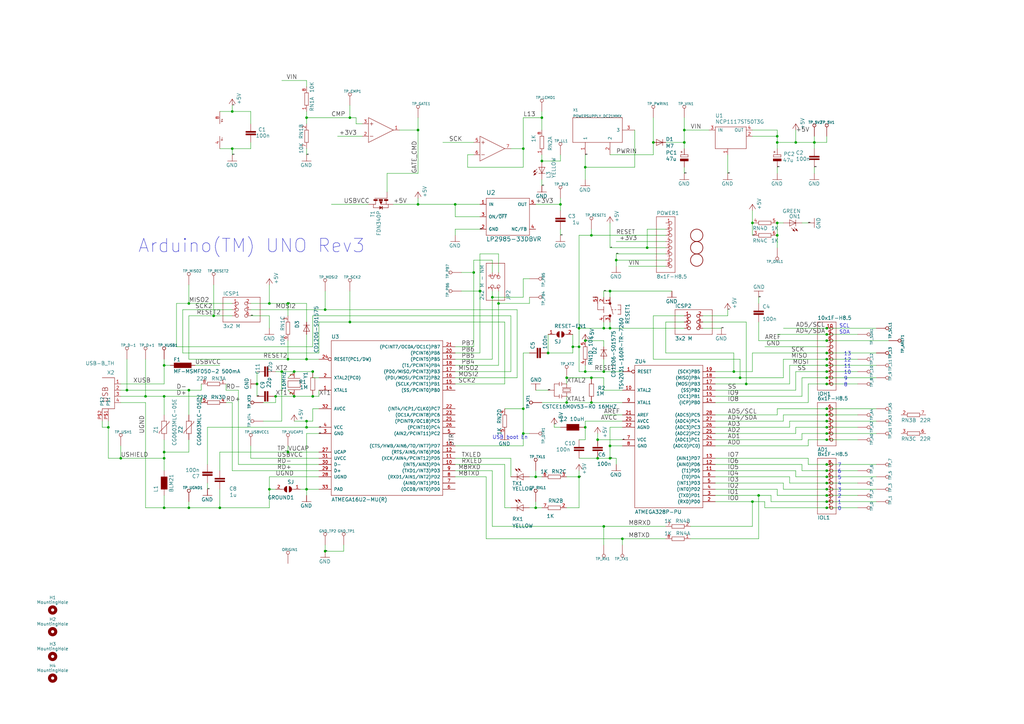
<source format=kicad_sch>
(kicad_sch (version 20211123) (generator eeschema)
  (paper "A3")
  (junction (at 252.73 106.68))
  (junction (at 77.47 160.02))
  (junction (at 339.09 157.48))
  (junction (at 339.09 180.34))
  (junction (at 245.11 180.34))
  (junction (at 95.25 60.96))
  (junction (at 214.63 167.64))
  (junction (at 339.09 147.32))
  (junction (at 77.47 208.28))
  (junction (at 265.43 101.6))
  (junction (at 133.35 127))
  (junction (at 143.51 132.08))
  (junction (at 339.09 167.64))
  (junction (at 201.93 121.92))
  (junction (at 120.65 152.4))
  (junction (at 196.85 119.38))
  (junction (at 120.65 162.56))
  (junction (at 247.65 152.4))
  (junction (at 280.67 53.34))
  (junction (at 77.47 124.46))
  (junction (at 90.17 208.28))
  (junction (at 118.11 124.46))
  (junction (at 247.65 134.62))
  (junction (at 67.31 208.28))
  (junction (at 339.09 190.5))
  (junction (at 232.41 165.1))
  (junction (at 125.73 172.72))
  (junction (at 118.11 147.32))
  (junction (at 318.77 91.44))
  (junction (at 318.77 55.88))
  (junction (at 339.09 177.8))
  (junction (at 339.09 175.26))
  (junction (at 303.53 154.94))
  (junction (at 110.49 200.66))
  (junction (at 67.31 162.56))
  (junction (at 339.09 200.66))
  (junction (at 237.49 195.58))
  (junction (at 339.09 205.74))
  (junction (at 237.49 134.62))
  (junction (at 133.35 226.06))
  (junction (at 194.31 111.76))
  (junction (at 219.71 208.28))
  (junction (at 247.65 215.9))
  (junction (at 125.73 48.26))
  (junction (at 115.57 152.4))
  (junction (at 339.09 198.12))
  (junction (at 339.09 134.62))
  (junction (at 311.15 203.2))
  (junction (at 110.49 124.46))
  (junction (at 186.69 83.82))
  (junction (at 67.31 149.86))
  (junction (at 44.45 175.26))
  (junction (at 219.71 195.58))
  (junction (at 242.57 165.1))
  (junction (at 308.61 91.44))
  (junction (at 125.73 147.32))
  (junction (at 214.63 60.96))
  (junction (at 326.39 58.42))
  (junction (at 240.03 139.7))
  (junction (at 334.01 58.42))
  (junction (at 171.45 83.82))
  (junction (at 125.73 175.26))
  (junction (at 339.09 203.2))
  (junction (at 339.09 193.04))
  (junction (at 339.09 139.7))
  (junction (at 280.67 58.42))
  (junction (at 339.09 154.94))
  (junction (at 240.03 175.26))
  (junction (at 339.09 208.28))
  (junction (at 222.25 48.26))
  (junction (at 339.09 144.78))
  (junction (at 59.69 162.56))
  (junction (at 318.77 58.42))
  (junction (at 306.07 157.48))
  (junction (at 204.47 124.46))
  (junction (at 234.95 142.24))
  (junction (at 49.53 187.96))
  (junction (at 250.19 134.62))
  (junction (at 128.27 162.56))
  (junction (at 245.11 187.96))
  (junction (at 237.49 142.24))
  (junction (at 67.31 185.42))
  (junction (at 118.11 185.42))
  (junction (at 67.31 187.96))
  (junction (at 240.03 68.58))
  (junction (at 242.57 96.52))
  (junction (at 224.79 144.78))
  (junction (at 250.19 119.38))
  (junction (at 250.19 187.96))
  (junction (at 339.09 195.58))
  (junction (at 128.27 152.4))
  (junction (at 113.03 162.56))
  (junction (at 214.63 177.8))
  (junction (at 339.09 172.72))
  (junction (at 229.87 83.82))
  (junction (at 308.61 205.74))
  (junction (at 240.03 152.4))
  (junction (at 339.09 152.4))
  (junction (at 242.57 154.94))
  (junction (at 95.25 45.72))
  (junction (at 267.97 58.42))
  (junction (at 125.73 200.66))
  (junction (at 232.41 154.94))
  (junction (at 255.27 220.98))
  (junction (at 339.09 137.16))
  (junction (at 143.51 48.26))
  (junction (at 105.41 157.48))
  (junction (at 222.25 66.04))
  (junction (at 318.77 96.52))
  (junction (at 300.99 152.4))
  (junction (at 171.45 53.34))
  (junction (at 339.09 149.86))
  (junction (at 250.19 182.88))
  (junction (at 52.07 160.02))
  (junction (at 87.63 129.54))
  (junction (at 339.09 170.18))
  (wire (pts (xy 120.65 162.56) (xy 113.03 162.56)))
  (wire (pts (xy 67.31 187.96) (xy 49.53 187.96)))
  (wire (pts (xy 201.93 121.92) (xy 201.93 119.38)))
  (wire (pts (xy 219.71 205.74) (xy 219.71 208.28)))
  (wire (pts (xy 140.97 226.06) (xy 140.97 223.52)))
  (wire (pts (xy 293.37 187.96) (xy 331.47 187.96)))
  (wire (pts (xy 323.85 175.26) (xy 323.85 172.72)))
  (wire (pts (xy 313.69 208.28) (xy 313.69 205.74)))
  (wire (pts (xy 67.31 185.42) (xy 67.31 180.34)))
  (wire (pts (xy 229.87 96.52) (xy 229.87 93.98)))
  (wire (pts (xy 328.93 162.56) (xy 293.37 162.56)))
  (wire (pts (xy 318.77 96.52) (xy 318.77 91.44)))
  (wire (pts (xy 255.27 152.4) (xy 247.65 152.4)))
  (wire (pts (xy 293.37 152.4) (xy 300.99 152.4)))
  (wire (pts (xy 255.27 175.26) (xy 250.19 175.26)))
  (wire (pts (xy 273.05 104.14) (xy 252.73 104.14)))
  (wire (pts (xy 326.39 177.8) (xy 293.37 177.8)))
  (wire (pts (xy 59.69 165.1) (xy 59.69 208.28)))
  (wire (pts (xy 107.95 172.72) (xy 115.57 172.72)))
  (wire (pts (xy 113.03 200.66) (xy 110.49 200.66)))
  (wire (pts (xy 158.75 71.12) (xy 171.45 71.12)))
  (wire (pts (xy 295.91 134.62) (xy 288.29 134.62)))
  (wire (pts (xy 209.55 195.58) (xy 209.55 187.96)))
  (wire (pts (xy 87.63 129.54) (xy 95.25 129.54)))
  (wire (pts (xy 67.31 208.28) (xy 77.47 208.28)))
  (wire (pts (xy 250.19 132.08) (xy 250.19 134.62)))
  (wire (pts (xy 331.47 182.88) (xy 293.37 182.88)))
  (wire (pts (xy 323.85 195.58) (xy 293.37 195.58)))
  (wire (pts (xy 308.61 205.74) (xy 293.37 205.74)))
  (wire (pts (xy 331.47 187.96) (xy 331.47 190.5)))
  (wire (pts (xy 194.31 106.68) (xy 194.31 111.76)))
  (wire (pts (xy 125.73 48.26) (xy 143.51 48.26)))
  (wire (pts (xy 247.65 152.4) (xy 240.03 152.4)))
  (wire (pts (xy 227.33 173.99) (xy 227.33 175.26)))
  (wire (pts (xy 328.93 177.8) (xy 339.09 177.8)))
  (wire (pts (xy 201.93 111.76) (xy 201.93 106.68)))
  (wire (pts (xy 273.05 101.6) (xy 265.43 101.6)))
  (wire (pts (xy 209.55 208.28) (xy 207.01 208.28)))
  (wire (pts (xy 148.59 55.88) (xy 138.43 55.88)))
  (wire (pts (xy 146.05 50.8) (xy 146.05 48.26)))
  (wire (pts (xy 328.93 180.34) (xy 328.93 177.8)))
  (wire (pts (xy 171.45 71.12) (xy 171.45 53.34)))
  (wire (pts (xy 90.17 208.28) (xy 110.49 208.28)))
  (wire (pts (xy 250.19 175.26) (xy 250.19 182.88)))
  (wire (pts (xy 321.31 200.66) (xy 339.09 200.66)))
  (wire (pts (xy 196.85 88.9) (xy 186.69 88.9)))
  (wire (pts (xy 118.11 147.32) (xy 118.11 139.7)))
  (wire (pts (xy 207.01 132.08) (xy 143.51 132.08)))
  (wire (pts (xy 67.31 193.04) (xy 67.31 187.96)))
  (wire (pts (xy 308.61 55.88) (xy 318.77 55.88)))
  (wire (pts (xy 280.67 71.12) (xy 280.67 68.58)))
  (wire (pts (xy 102.87 124.46) (xy 110.49 124.46)))
  (wire (pts (xy 339.09 58.42) (xy 339.09 55.88)))
  (wire (pts (xy 222.25 53.34) (xy 222.25 48.26)))
  (wire (pts (xy 255.27 165.1) (xy 242.57 165.1)))
  (wire (pts (xy 201.93 106.68) (xy 194.31 106.68)))
  (wire (pts (xy 334.01 58.42) (xy 334.01 60.96)))
  (wire (pts (xy 77.47 129.54) (xy 87.63 129.54)))
  (wire (pts (xy 125.73 147.32) (xy 118.11 147.32)))
  (wire (pts (xy 217.17 177.8) (xy 214.63 177.8)))
  (wire (pts (xy 143.51 132.08) (xy 143.51 119.38)))
  (wire (pts (xy 351.79 198.12) (xy 339.09 198.12)))
  (wire (pts (xy 199.39 195.58) (xy 186.69 195.58)))
  (wire (pts (xy 128.27 129.54) (xy 128.27 142.24)))
  (wire (pts (xy 326.39 152.4) (xy 339.09 152.4)))
  (wire (pts (xy 201.93 215.9) (xy 247.65 215.9)))
  (wire (pts (xy 219.71 83.82) (xy 229.87 83.82)))
  (wire (pts (xy 90.17 200.66) (xy 90.17 208.28)))
  (wire (pts (xy 204.47 149.86) (xy 204.47 124.46)))
  (wire (pts (xy 222.25 195.58) (xy 219.71 195.58)))
  (wire (pts (xy 323.85 157.48) (xy 306.07 157.48)))
  (wire (pts (xy 191.77 63.5) (xy 194.31 63.5)))
  (wire (pts (xy 77.47 205.74) (xy 77.47 208.28)))
  (wire (pts (xy 189.23 119.38) (xy 196.85 119.38)))
  (wire (pts (xy 74.93 144.78) (xy 74.93 127)))
  (wire (pts (xy 207.01 157.48) (xy 207.01 132.08)))
  (wire (pts (xy 339.09 139.7) (xy 364.49 139.7)))
  (wire (pts (xy 67.31 157.48) (xy 67.31 149.86)))
  (wire (pts (xy 59.69 162.56) (xy 49.53 162.56)))
  (wire (pts (xy 318.77 167.64) (xy 339.09 167.64)))
  (wire (pts (xy 308.61 215.9) (xy 308.61 205.74)))
  (wire (pts (xy 130.81 175.26) (xy 125.73 175.26)))
  (wire (pts (xy 318.77 53.34) (xy 318.77 55.88)))
  (wire (pts (xy 250.19 134.62) (xy 247.65 134.62)))
  (wire (pts (xy 77.47 116.84) (xy 77.47 124.46)))
  (wire (pts (xy 219.71 208.28) (xy 217.17 208.28)))
  (wire (pts (xy 250.19 101.6) (xy 250.19 91.44)))
  (wire (pts (xy 105.41 162.56) (xy 105.41 157.48)))
  (wire (pts (xy 308.61 91.44) (xy 308.61 86.36)))
  (wire (pts (xy 250.19 187.96) (xy 252.73 187.96)))
  (wire (pts (xy 339.09 154.94) (xy 359.41 154.94)))
  (wire (pts (xy 67.31 162.56) (xy 67.31 170.18)))
  (wire (pts (xy 326.39 195.58) (xy 339.09 195.58)))
  (wire (pts (xy 257.81 109.22) (xy 273.05 109.22)))
  (wire (pts (xy 306.07 132.08) (xy 306.07 157.48)))
  (wire (pts (xy 255.27 170.18) (xy 247.65 170.18)))
  (wire (pts (xy 130.81 177.8) (xy 125.73 177.8)))
  (wire (pts (xy 199.39 220.98) (xy 199.39 195.58)))
  (wire (pts (xy 237.49 195.58) (xy 237.49 193.04)))
  (wire (pts (xy 240.03 152.4) (xy 237.49 152.4)))
  (wire (pts (xy 339.09 147.32) (xy 351.79 147.32)))
  (wire (pts (xy 293.37 170.18) (xy 318.77 170.18)))
  (wire (pts (xy 311.15 139.7) (xy 339.09 139.7)))
  (wire (pts (xy 120.65 152.4) (xy 128.27 152.4)))
  (wire (pts (xy 214.63 121.92) (xy 214.63 114.3)))
  (wire (pts (xy 339.09 175.26) (xy 326.39 175.26)))
  (wire (pts (xy 247.65 147.32) (xy 247.65 152.4)))
  (wire (pts (xy 311.15 203.2) (xy 316.23 203.2)))
  (wire (pts (xy 255.27 220.98) (xy 199.39 220.98)))
  (wire (pts (xy 67.31 162.56) (xy 59.69 162.56)))
  (wire (pts (xy 209.55 129.54) (xy 128.27 129.54)))
  (wire (pts (xy 204.47 124.46) (xy 204.47 119.38)))
  (wire (pts (xy 214.63 177.8) (xy 214.63 167.64)))
  (wire (pts (xy 331.47 157.48) (xy 339.09 157.48)))
  (wire (pts (xy 306.07 157.48) (xy 293.37 157.48)))
  (wire (pts (xy 331.47 180.34) (xy 331.47 182.88)))
  (wire (pts (xy 219.71 195.58) (xy 217.17 195.58)))
  (wire (pts (xy 105.41 157.48) (xy 105.41 152.4)))
  (wire (pts (xy 273.05 99.06) (xy 252.73 99.06)))
  (wire (pts (xy 331.47 91.44) (xy 328.93 91.44)))
  (wire (pts (xy 323.85 172.72) (xy 339.09 172.72)))
  (wire (pts (xy 77.47 185.42) (xy 67.31 185.42)))
  (wire (pts (xy 326.39 58.42) (xy 334.01 58.42)))
  (wire (pts (xy 232.41 165.1) (xy 232.41 162.56)))
  (wire (pts (xy 102.87 60.96) (xy 95.25 60.96)))
  (wire (pts (xy 209.55 60.96) (xy 214.63 60.96)))
  (wire (pts (xy 273.05 106.68) (xy 252.73 106.68)))
  (wire (pts (xy 49.53 187.96) (xy 44.45 187.96)))
  (wire (pts (xy 339.09 203.2) (xy 318.77 203.2)))
  (wire (pts (xy 49.53 165.1) (xy 59.69 165.1)))
  (wire (pts (xy 280.67 134.62) (xy 250.19 134.62)))
  (wire (pts (xy 316.23 205.74) (xy 339.09 205.74)))
  (wire (pts (xy 339.09 200.66) (xy 359.41 200.66)))
  (wire (pts (xy 186.69 83.82) (xy 196.85 83.82)))
  (wire (pts (xy 318.77 203.2) (xy 318.77 200.66)))
  (wire (pts (xy 240.03 68.58) (xy 260.35 68.58)))
  (wire (pts (xy 115.57 172.72) (xy 115.57 152.4)))
  (wire (pts (xy 85.09 200.66) (xy 85.09 198.12)))
  (wire (pts (xy 90.17 45.72) (xy 95.25 45.72)))
  (wire (pts (xy 339.09 193.04) (xy 328.93 193.04)))
  (wire (pts (xy 232.41 165.1) (xy 222.25 165.1)))
  (wire (pts (xy 242.57 154.94) (xy 247.65 154.94)))
  (wire (pts (xy 186.69 152.4) (xy 209.55 152.4)))
  (wire (pts (xy 280.67 132.08) (xy 273.05 132.08)))
  (wire (pts (xy 95.25 165.1) (xy 95.25 193.04)))
  (wire (pts (xy 158.75 78.74) (xy 158.75 71.12)))
  (wire (pts (xy 102.87 45.72) (xy 102.87 50.8)))
  (wire (pts (xy 128.27 162.56) (xy 130.81 162.56)))
  (wire (pts (xy 214.63 114.3) (xy 217.17 114.3)))
  (wire (pts (xy 232.41 195.58) (xy 237.49 195.58)))
  (wire (pts (xy 267.97 63.5) (xy 267.97 58.42)))
  (wire (pts (xy 321.31 91.44) (xy 318.77 91.44)))
  (wire (pts (xy 214.63 68.58) (xy 191.77 68.58)))
  (wire (pts (xy 234.95 142.24) (xy 237.49 142.24)))
  (wire (pts (xy 229.87 83.82) (xy 229.87 86.36)))
  (wire (pts (xy 293.37 193.04) (xy 326.39 193.04)))
  (wire (pts (xy 237.49 195.58) (xy 237.49 208.28)))
  (wire (pts (xy 133.35 226.06) (xy 133.35 223.52)))
  (wire (pts (xy 222.25 45.72) (xy 222.25 48.26)))
  (wire (pts (xy 351.79 157.48) (xy 339.09 157.48)))
  (wire (pts (xy 247.65 119.38) (xy 247.65 121.92)))
  (wire (pts (xy 133.35 226.06) (xy 140.97 226.06)))
  (wire (pts (xy 339.09 154.94) (xy 328.93 154.94)))
  (wire (pts (xy 318.77 96.52) (xy 318.77 101.6)))
  (wire (pts (xy 196.85 144.78) (xy 196.85 119.38)))
  (wire (pts (xy 130.81 190.5) (xy 97.79 190.5)))
  (wire (pts (xy 123.19 200.66) (xy 125.73 200.66)))
  (wire (pts (xy 128.27 162.56) (xy 120.65 162.56)))
  (wire (pts (xy 87.63 116.84) (xy 87.63 129.54)))
  (wire (pts (xy 321.31 198.12) (xy 321.31 200.66)))
  (wire (pts (xy 214.63 60.96) (xy 214.63 68.58)))
  (wire (pts (xy 250.19 119.38) (xy 250.19 121.92)))
  (wire (pts (xy 255.27 223.52) (xy 255.27 220.98)))
  (wire (pts (xy 171.45 83.82) (xy 171.45 81.28)))
  (wire (pts (xy 196.85 93.98) (xy 186.69 93.98)))
  (wire (pts (xy 82.55 162.56) (xy 67.31 162.56)))
  (wire (pts (xy 130.81 147.32) (xy 125.73 147.32)))
  (wire (pts (xy 191.77 68.58) (xy 191.77 63.5)))
  (wire (pts (xy 339.09 190.5) (xy 359.41 190.5)))
  (wire (pts (xy 240.03 68.58) (xy 240.03 73.66)))
  (wire (pts (xy 110.49 200.66) (xy 110.49 195.58)))
  (wire (pts (xy 201.93 121.92) (xy 214.63 121.92)))
  (wire (pts (xy 214.63 182.88) (xy 214.63 177.8)))
  (wire (pts (xy 133.35 127) (xy 102.87 127)))
  (wire (pts (xy 125.73 124.46) (xy 125.73 132.08)))
  (wire (pts (xy 313.69 205.74) (xy 308.61 205.74)))
  (wire (pts (xy 339.09 149.86) (xy 359.41 149.86)))
  (wire (pts (xy 293.37 198.12) (xy 321.31 198.12)))
  (wire (pts (xy 201.93 147.32) (xy 201.93 121.92)))
  (wire (pts (xy 186.69 154.94) (xy 212.09 154.94)))
  (wire (pts (xy 245.11 187.96) (xy 237.49 187.96)))
  (wire (pts (xy 318.77 58.42) (xy 326.39 58.42)))
  (wire (pts (xy 242.57 96.52) (xy 273.05 96.52)))
  (wire (pts (xy 52.07 160.02) (xy 77.47 160.02)))
  (wire (pts (xy 247.65 160.02) (xy 255.27 160.02)))
  (wire (pts (xy 194.31 111.76) (xy 194.31 142.24)))
  (wire (pts (xy 334.01 58.42) (xy 334.01 55.88)))
  (wire (pts (xy 293.37 160.02) (xy 326.39 160.02)))
  (wire (pts (xy 247.65 215.9) (xy 273.05 215.9)))
  (wire (pts (xy 288.29 132.08) (xy 306.07 132.08)))
  (wire (pts (xy 110.49 195.58) (xy 130.81 195.58)))
  (wire (pts (xy 326.39 160.02) (xy 326.39 152.4)))
  (wire (pts (xy 49.53 160.02) (xy 52.07 160.02)))
  (wire (pts (xy 196.85 119.38) (xy 196.85 104.14)))
  (wire (pts (xy 214.63 167.64) (xy 214.63 144.78)))
  (wire (pts (xy 224.79 144.78) (xy 234.95 144.78)))
  (wire (pts (xy 110.49 129.54) (xy 110.49 134.62)))
  (wire (pts (xy 293.37 165.1) (xy 331.47 165.1)))
  (wire (pts (xy 247.65 139.7) (xy 247.65 142.24)))
  (wire (pts (xy 267.97 147.32) (xy 303.53 147.32)))
  (wire (pts (xy 326.39 175.26) (xy 326.39 177.8)))
  (wire (pts (xy 204.47 104.14) (xy 204.47 111.76)))
  (wire (pts (xy 293.37 180.34) (xy 328.93 180.34)))
  (wire (pts (xy 186.69 182.88) (xy 214.63 182.88)))
  (wire (pts (xy 359.41 144.78) (xy 339.09 144.78)))
  (wire (pts (xy 130.81 167.64) (xy 128.27 167.64)))
  (wire (pts (xy 321.31 154.94) (xy 321.31 147.32)))
  (wire (pts (xy 222.25 63.5) (xy 222.25 66.04)))
  (wire (pts (xy 237.49 96.52) (xy 242.57 96.52)))
  (wire (pts (xy 77.47 160.02) (xy 82.55 160.02)))
  (wire (pts (xy 234.95 142.24) (xy 234.95 137.16)))
  (wire (pts (xy 59.69 208.28) (xy 67.31 208.28)))
  (wire (pts (xy 255.27 172.72) (xy 240.03 172.72)))
  (wire (pts (xy 77.47 147.32) (xy 77.47 129.54)))
  (wire (pts (xy 77.47 208.28) (xy 90.17 208.28)))
  (wire (pts (xy 232.41 154.94) (xy 242.57 154.94)))
  (wire (pts (xy 222.25 66.04) (xy 229.87 66.04)))
  (wire (pts (xy 280.67 58.42) (xy 280.67 53.34)))
  (wire (pts (xy 102.87 187.96) (xy 130.81 187.96)))
  (wire (pts (xy 318.77 55.88) (xy 318.77 58.42)))
  (wire (pts (xy 351.79 170.18) (xy 339.09 170.18)))
  (wire (pts (xy 242.57 165.1) (xy 232.41 165.1)))
  (wire (pts (xy 232.41 208.28) (xy 237.49 208.28)))
  (wire (pts (xy 237.49 134.62) (xy 237.49 96.52)))
  (wire (pts (xy 92.71 157.48) (xy 92.71 160.02)))
  (wire (pts (xy 186.69 142.24) (xy 194.31 142.24)))
  (wire (pts (xy 118.11 160.02) (xy 120.65 162.56)))
  (wire (pts (xy 252.73 106.68) (xy 252.73 109.22)))
  (wire (pts (xy 72.39 142.24) (xy 72.39 124.46)))
  (wire (pts (xy 339.09 205.74) (xy 359.41 205.74)))
  (wire (pts (xy 143.51 132.08) (xy 130.81 132.08)))
  (wire (pts (xy 237.49 180.34) (xy 240.03 180.34)))
  (wire (pts (xy 125.73 33.02) (xy 125.73 35.56)))
  (wire (pts (xy 273.05 220.98) (xy 255.27 220.98)))
  (wire (pts (xy 41.91 175.26) (xy 44.45 175.26)))
  (wire (pts (xy 240.03 175.26) (xy 240.03 172.72)))
  (wire (pts (xy 110.49 208.28) (xy 110.49 200.66)))
  (wire (pts (xy 240.03 63.5) (xy 240.03 68.58)))
  (wire (pts (xy 118.11 185.42) (xy 90.17 185.42)))
  (wire (pts (xy 318.77 68.58) (xy 318.77 71.12)))
  (wire (pts (xy 118.11 124.46) (xy 118.11 129.54)))
  (wire (pts (xy 267.97 48.26) (xy 267.97 58.42)))
  (wire (pts (xy 209.55 187.96) (xy 186.69 187.96)))
  (wire (pts (xy 273.05 132.08) (xy 273.05 144.78)))
  (wire (pts (xy 245.11 180.34) (xy 245.11 177.8)))
  (wire (pts (xy 212.09 154.94) (xy 212.09 127)))
  (wire (pts (xy 250.19 182.88) (xy 255.27 182.88)))
  (wire (pts (xy 44.45 187.96) (xy 44.45 175.26)))
  (wire (pts (xy 102.87 187.96) (xy 102.87 182.88)))
  (wire (pts (xy 143.51 43.18) (xy 143.51 48.26)))
  (wire (pts (xy 207.01 208.28) (xy 207.01 190.5)))
  (wire (pts (xy 128.27 172.72) (xy 125.73 172.72)))
  (wire (pts (xy 351.79 152.4) (xy 339.09 152.4)))
  (wire (pts (xy 186.69 144.78) (xy 196.85 144.78)))
  (wire (pts (xy 328.93 193.04) (xy 328.93 190.5)))
  (wire (pts (xy 237.49 142.24) (xy 237.49 152.4)))
  (wire (pts (xy 107.95 165.1) (xy 113.03 165.1)))
  (wire (pts (xy 311.15 121.92) (xy 311.15 124.46)))
  (wire (pts (xy 252.73 104.14) (xy 252.73 106.68)))
  (wire (pts (xy 298.45 127) (xy 298.45 129.54)))
  (wire (pts (xy 130.81 144.78) (xy 74.93 144.78)))
  (wire (pts (xy 110.49 124.46) (xy 110.49 116.84)))
  (wire (pts (xy 351.79 175.26) (xy 339.09 175.26)))
  (wire (pts (xy 59.69 147.32) (xy 59.69 162.56)))
  (wire (pts (xy 237.49 142.24) (xy 237.49 134.62)))
  (wire (pts (xy 339.09 195.58) (xy 359.41 195.58)))
  (wire (pts (xy 339.09 149.86) (xy 323.85 149.86)))
  (wire (pts (xy 303.53 154.94) (xy 293.37 154.94)))
  (wire (pts (xy 128.27 142.24) (xy 72.39 142.24)))
  (wire (pts (xy 321.31 170.18) (xy 321.31 172.72)))
  (wire (pts (xy 303.53 147.32) (xy 303.53 154.94)))
  (wire (pts (xy 290.83 53.34) (xy 280.67 53.34)))
  (wire (pts (xy 186.69 149.86) (xy 204.47 149.86)))
  (wire (pts (xy 67.31 203.2) (xy 67.31 208.28)))
  (wire (pts (xy 273.05 93.98) (xy 265.43 93.98)))
  (wire (pts (xy 171.45 53.34) (xy 163.83 53.34)))
  (wire (pts (xy 240.03 139.7) (xy 247.65 139.7)))
  (wire (pts (xy 250.19 187.96) (xy 250.19 182.88)))
  (wire (pts (xy 359.41 177.8) (xy 339.09 177.8)))
  (wire (pts (xy 85.09 175.26) (xy 85.09 190.5)))
  (wire (pts (xy 331.47 190.5) (xy 339.09 190.5)))
  (wire (pts (xy 118.11 147.32) (xy 77.47 147.32)))
  (wire (pts (xy 171.45 48.26) (xy 171.45 53.34)))
  (wire (pts (xy 234.95 144.78) (xy 234.95 142.24)))
  (wire (pts (xy 222.25 48.26) (xy 214.63 48.26)))
  (wire (pts (xy 247.65 134.62) (xy 237.49 134.62)))
  (wire (pts (xy 120.65 172.72) (xy 125.73 172.72)))
  (wire (pts (xy 311.15 132.08) (xy 311.15 139.7)))
  (wire (pts (xy 308.61 96.52) (xy 308.61 91.44)))
  (wire (pts (xy 308.61 152.4) (xy 308.61 144.78)))
  (wire (pts (xy 217.17 144.78) (xy 214.63 144.78)))
  (wire (pts (xy 128.27 154.94) (xy 130.81 154.94)))
  (wire (pts (xy 194.31 58.42) (xy 181.61 58.42)))
  (wire (pts (xy 351.79 203.2) (xy 339.09 203.2)))
  (wire (pts (xy 92.71 160.02) (xy 97.79 160.02)))
  (wire (pts (xy 351.79 180.34) (xy 339.09 180.34)))
  (wire (pts (xy 300.99 152.4) (xy 308.61 152.4)))
  (wire (pts (xy 334.01 58.42) (xy 339.09 58.42)))
  (wire (pts (xy 280.67 48.26) (xy 280.67 53.34)))
  (wire (pts (xy 283.21 220.98) (xy 311.15 220.98)))
  (wire (pts (xy 95.25 45.72) (xy 102.87 45.72)))
  (wire (pts (xy 201.93 193.04) (xy 201.93 215.9)))
  (wire (pts (xy 67.31 185.42) (xy 67.31 187.96)))
  (wire (pts (xy 130.81 185.42) (xy 118.11 185.42)))
  (wire (pts (xy 90.17 149.86) (xy 80.01 149.86)))
  (wire (pts (xy 130.81 162.56) (xy 130.81 160.02)))
  (wire (pts (xy 125.73 172.72) (xy 125.73 175.26)))
  (wire (pts (xy 171.45 83.82) (xy 186.69 83.82)))
  (wire (pts (xy 359.41 167.64) (xy 339.09 167.64)))
  (wire (pts (xy 311.15 220.98) (xy 311.15 203.2)))
  (wire (pts (xy 339.09 180.34) (xy 331.47 180.34)))
  (wire (pts (xy 110.49 124.46) (xy 118.11 124.46)))
  (wire (pts (xy 326.39 53.34) (xy 326.39 58.42)))
  (wire (pts (xy 125.73 137.16) (xy 125.73 147.32)))
  (wire (pts (xy 265.43 101.6) (xy 250.19 101.6)))
  (wire (pts (xy 120.65 152.4) (xy 115.57 152.4)))
  (wire (pts (xy 323.85 198.12) (xy 323.85 195.58)))
  (wire (pts (xy 250.19 119.38) (xy 275.59 119.38)))
  (wire (pts (xy 273.05 58.42) (xy 280.67 58.42)))
  (wire (pts (xy 125.73 45.72) (xy 125.73 48.26)))
  (wire (pts (xy 128.27 167.64) (xy 128.27 172.72)))
  (wire (pts (xy 44.45 175.26) (xy 44.45 172.72)))
  (wire (pts (xy 339.09 208.28) (xy 313.69 208.28)))
  (wire (pts (xy 229.87 66.04) (xy 229.87 63.5)))
  (wire (pts (xy 224.79 160.02) (xy 219.71 160.02)))
  (wire (pts (xy 95.25 193.04) (xy 130.81 193.04)))
  (wire (pts (xy 247.65 223.52) (xy 247.65 215.9)))
  (wire (pts (xy 339.09 134.62) (xy 359.41 134.62)))
  (wire (pts (xy 186.69 157.48) (xy 207.01 157.48)))
  (wire (pts (xy 339.09 137.16) (xy 318.77 137.16)))
  (wire (pts (xy 250.19 63.5) (xy 267.97 63.5)))
  (wire (pts (xy 339.09 137.16) (xy 351.79 137.16)))
  (wire (pts (xy 339.09 170.18) (xy 321.31 170.18)))
  (wire (pts (xy 247.65 119.38) (xy 250.19 119.38)))
  (wire (pts (xy 217.17 124.46) (xy 217.17 121.92)))
  (wire (pts (xy 77.47 124.46) (xy 95.25 124.46)))
  (wire (pts (xy 82.55 157.48) (xy 82.55 160.02)))
  (wire (pts (xy 300.99 144.78) (xy 300.99 152.4)))
  (wire (pts (xy 135.89 83.82) (xy 151.13 83.82)))
  (wire (pts (xy 334.01 68.58) (xy 334.01 71.12)))
  (wire (pts (xy 77.47 180.34) (xy 77.47 185.42)))
  (wire (pts (xy 321.31 147.32) (xy 339.09 147.32)))
  (wire (pts (xy 128.27 152.4) (xy 128.27 154.94)))
  (wire (pts (xy 242.57 93.98) (xy 242.57 96.52)))
  (wire (pts (xy 351.79 193.04) (xy 339.09 193.04)))
  (wire (pts (xy 212.09 127) (xy 133.35 127)))
  (wire (pts (xy 308.61 144.78) (xy 339.09 144.78)))
  (wire (pts (xy 113.03 165.1) (xy 113.03 162.56)))
  (wire (pts (xy 115.57 33.02) (xy 125.73 33.02)))
  (wire (pts (xy 130.81 132.08) (xy 130.81 144.78)))
  (wire (pts (xy 118.11 154.94) (xy 120.65 152.4)))
  (wire (pts (xy 328.93 190.5) (xy 293.37 190.5)))
  (wire (pts (xy 72.39 124.46) (xy 77.47 124.46)))
  (wire (pts (xy 331.47 165.1) (xy 331.47 157.48)))
  (wire (pts (xy 161.29 83.82) (xy 171.45 83.82)))
  (wire (pts (xy 250.19 187.96) (xy 245.11 187.96)))
  (wire (pts (xy 260.35 68.58) (xy 260.35 53.34)))
  (wire (pts (xy 318.77 170.18) (xy 318.77 167.64)))
  (wire (pts (xy 247.65 154.94) (xy 247.65 160.02)))
  (wire (pts (xy 240.03 180.34) (xy 240.03 175.26)))
  (wire (pts (xy 359.41 172.72) (xy 339.09 172.72)))
  (wire (pts (xy 293.37 203.2) (xy 311.15 203.2)))
  (wire (pts (xy 351.79 208.28) (xy 339.09 208.28)))
  (wire (pts (xy 316.23 203.2) (xy 316.23 205.74)))
  (wire (pts (xy 125.73 175.26) (xy 85.09 175.26)))
  (wire (pts (xy 118.11 185.42) (xy 118.11 182.88)))
  (wire (pts (xy 280.67 60.96) (xy 280.67 58.42)))
  (wire (pts (xy 186.69 93.98) (xy 186.69 96.52)))
  (wire (pts (xy 293.37 175.26) (xy 323.85 175.26)))
  (wire (pts (xy 328.93 154.94) (xy 328.93 162.56)))
  (wire (pts (xy 125.73 203.2) (xy 125.73 200.66)))
  (wire (pts (xy 52.07 147.32) (xy 52.07 160.02)))
  (wire (pts (xy 95.25 63.5) (xy 95.25 60.96)))
  (wire (pts (xy 227.33 175.26) (xy 229.87 175.26)))
  (wire (pts (xy 186.69 193.04) (xy 201.93 193.04)))
  (wire (pts (xy 49.53 157.48) (xy 67.31 157.48)))
  (wire (pts (xy 125.73 63.5) (xy 125.73 60.96)))
  (wire (pts (xy 308.61 215.9) (xy 283.21 215.9)))
  (wire (pts (xy 207.01 190.5) (xy 186.69 190.5)))
  (wire (pts (xy 318.77 200.66) (xy 293.37 200.66)))
  (wire (pts (xy 102.87 129.54) (xy 110.49 129.54)))
  (wire (pts (xy 232.41 157.48) (xy 232.41 154.94)))
  (wire (pts (xy 339.09 142.24) (xy 313.69 142.24)))
  (wire (pts (xy 49.53 182.88) (xy 49.53 187.96)))
  (wire (pts (xy 240.03 149.86) (xy 240.03 152.4)))
  (wire (pts (xy 130.81 200.66) (xy 125.73 200.66)))
  (wire (pts (xy 339.09 198.12) (xy 323.85 198.12)))
  (wire (pts (xy 148.59 50.8) (xy 146.05 50.8)))
  (wire (pts (xy 247.65 132.08) (xy 247.65 134.62)))
  (wire (pts (xy 143.51 48.26) (xy 146.05 48.26)))
  (wire (pts (xy 41.91 172.72) (xy 41.91 175.26)))
  (wire (pts (xy 229.87 81.28) (xy 229.87 83.82)))
  (wire (pts (xy 224.79 144.78) (xy 224.79 137.16)))
  (wire (pts (xy 97.79 160.02) (xy 97.79 190.5)))
  (wire (pts (xy 219.71 193.04) (xy 219.71 195.58)))
  (wire (pts (xy 273.05 144.78) (xy 300.99 144.78)))
  (wire (pts (xy 92.71 165.1) (xy 95.25 165.1)))
  (wire (pts (xy 207.01 167.64) (xy 214.63 167.64)))
  (wire (pts (xy 189.23 111.76) (xy 194.31 111.76)))
  (wire (pts (xy 74.93 127) (xy 95.25 127)))
  (wire (pts (xy 255.27 180.34) (xy 245.11 180.34)))
  (wire (pts (xy 67.31 147.32) (xy 67.31 149.86)))
  (wire (pts (xy 318.77 60.96) (xy 318.77 58.42)))
  (wire (pts (xy 90.17 60.96) (xy 95.25 60.96)))
  (wire (pts (xy 280.67 129.54) (xy 267.97 129.54)))
  (wire (pts (xy 321.31 172.72) (xy 293.37 172.72)))
  (wire (pts (xy 196.85 104.14) (xy 204.47 104.14)))
  (wire (pts (xy 298.45 129.54) (xy 288.29 129.54)))
  (wire (pts (xy 115.57 152.4) (xy 113.03 152.4)))
  (wire (pts (xy 133.35 127) (xy 133.35 119.38)))
  (wire (pts (xy 90.17 193.04) (xy 90.17 185.42)))
  (wire (pts (xy 209.55 152.4) (xy 209.55 129.54)))
  (wire (pts (xy 186.69 88.9) (xy 186.69 83.82)))
  (wire (pts (xy 186.69 147.32) (xy 201.93 147.32)))
  (wire (pts (xy 204.47 124.46) (xy 217.17 124.46)))
  (wire (pts (xy 77.47 160.02) (xy 77.47 170.18)))
  (wire (pts (xy 265.43 93.98) (xy 265.43 101.6)))
  (wire (pts (xy 326.39 193.04) (xy 326.39 195.58)))
  (wire (pts (xy 82.55 162.56) (xy 82.55 165.1)))
  (wire (pts (xy 67.31 149.86) (xy 69.85 149.86)))
  (wire (pts (xy 222.25 208.28) (xy 219.71 208.28)))
  (wire (pts (xy 323.85 149.86) (xy 323.85 157.48)))
  (wire (pts (xy 252.73 187.96) (xy 252.73 190.5)))
  (wire (pts (xy 125.73 48.26) (xy 125.73 50.8)))
  (wire (pts (xy 102.87 58.42) (xy 102.87 60.96)))
  (wire (pts (xy 303.53 154.94) (xy 321.31 154.94)))
  (wire (pts (xy 308.61 53.34) (xy 318.77 53.34)))
  (wire (pts (xy 125.73 177.8) (xy 125.73 200.66)))
  (wire (pts (xy 298.45 71.12) (xy 298.45 63.5)))
  (wire (pts (xy 214.63 48.26) (xy 214.63 60.96)))
  (wire (pts (xy 267.97 129.54) (xy 267.97 147.32)))
  (wire (pts (xy 95.25 43.18) (xy 95.25 45.72)))
  (wire (pts (xy 339.09 134.62) (xy 321.31 134.62)))
  (wire (pts (xy 222.25 76.2) (xy 222.25 73.66)))
  (wire (pts (xy 118.11 124.46) (xy 125.73 124.46)))
  (text "SDA" (at 344.17 137.16 0) (effects (font (size 1.4986 1.4986)) (justify left bottom)))
  (text "Arduino(TM) UNO Rev3" (at 56.515 104.14 0) (effects (font (size 5.461 5.461)) (justify left bottom)))
  (text "8" (at 346.075 158.75 0) (effects (font (size 1.4986 1.4986)) (justify left bottom)))
  (text "5" (at 343.535 196.85 0) (effects (font (size 1.4986 1.4986)) (justify left bottom)))
  (text "3" (at 343.535 201.93 0) (effects (font (size 1.4986 1.4986)) (justify left bottom)))
  (text "11" (at 346.075 151.13 0) (effects (font (size 1.4986 1.4986)) (justify left bottom)))
  (text "9" (at 346.075 156.21 0) (effects (font (size 1.4986 1.4986)) (justify left bottom)))
  (text "4" (at 343.535 199.39 0) (effects (font (size 1.4986 1.4986)) (justify left bottom)))
  (text "7" (at 343.535 191.77 0) (effects (font (size 1.4986 1.4986)) (justify left bottom)))
  (text "13" (at 346.075 146.05 0) (effects (font (size 1.4986 1.4986)) (justify left bottom)))
  (text "1" (at 343.535 207.01 0) (effects (font (size 1.4986 1.4986)) (justify left bottom)))
  (text "2" (at 343.535 204.47 0) (effects (font (size 1.4986 1.4986)) (justify left bottom)))
  (text "USB boot En" (at 201.93 180.34 0) (effects (font (size 1.4986 1.4986)) (justify left bottom)))
  (text "SCL" (at 344.17 134.62 0) (effects (font (size 1.4986 1.4986)) (justify left bottom)))
  (text "0" (at 343.535 209.55 0) (effects (font (size 1.4986 1.4986)) (justify left bottom)))
  (text "12" (at 346.075 148.59 0) (effects (font (size 1.4986 1.4986)) (justify left bottom)))
  (text "10" (at 346.075 153.67 0) (effects (font (size 1.4986 1.4986)) (justify left bottom)))
  (text "6" (at 343.535 194.31 0) (effects (font (size 1.4986 1.4986)) (justify left bottom)))
  (label "+3V3" (at 139.065 55.88 0) (effects (font (size 1.778 1.778))))
  (label "VIN" (at 117.475 33.02 0) (effects (font (size 1.778 1.778))))
  (label "GND" (at 125.73 63.5 0) (effects (font (size 0.254 0.254))))
  (label "L13" (at 214.63 48.26 0) (effects (font (size 1.778 1.778))))
  (label "+3V3" (at 219.71 83.82 0) (effects (font (size 1.778 1.778))))
  (label "GND" (at 247.65 119.38 0) (effects (font (size 0.254 0.254))))
  (label "+5V" (at 298.45 127 0) (effects (font (size 0.254 0.254))))
  (label "GND" (at 331.47 91.44 0) (effects (font (size 0.254 0.254))))
  (label "IO6" (at 298.45 190.5 0) (effects (font (size 1.778 1.778))))
  (label "MISO" (at 324.485 147.32 0) (effects (font (size 1.778 1.778))))
  (label "M8RXD" (at 187.96 193.04 0) (effects (font (size 1.778 1.778))))
  (label "AD1" (at 298.45 180.34 0) (effects (font (size 1.778 1.778))))
  (label "PB6" (at 189.23 144.78 0) (effects (font (size 1.778 1.778))))
  (label "MISO2" (at 187.96 152.4 0) (effects (font (size 1.778 1.778))))
  (label "UGND" (at 113.03 195.58 0) (effects (font (size 1.778 1.778))))
  (label "GND" (at 222.25 76.2 0) (effects (font (size 0.254 0.254))))
  (label "SCK2" (at 80.01 127 0) (effects (font (size 1.778 1.778))))
  (label "DTR" (at 186.69 182.88 90) (effects (font (size 1.778 1.778))))
  (label "RXLED" (at 189.23 190.5 0) (effects (font (size 1.778 1.778))))
  (label "AREF" (at 313.69 139.7 0) (effects (font (size 1.778 1.778))))
  (label "IO5" (at 298.45 193.04 0) (effects (font (size 1.778 1.778))))
  (label "+5V" (at 118.11 124.46 0) (effects (font (size 0.254 0.254))))
  (label "GND" (at 280.67 71.12 0) (effects (font (size 0.254 0.254))))
  (label "RD+" (at 113.665 193.04 0) (effects (font (size 1.778 1.778))))
  (label "SCK" (at 184.15 58.42 0) (effects (font (size 1.778 1.778))))
  (label "GND" (at 311.15 121.92 0) (effects (font (size 0.254 0.254))))
  (label "RD+" (at 92.71 165.1 0) (effects (font (size 1.778 1.778))))
  (label "+5V" (at 250.19 101.6 0) (effects (font (size 0.254 0.254))))
  (label "SS" (at 327.025 152.4 0) (effects (font (size 1.778 1.778))))
  (label "VIN" (at 257.81 109.22 0) (effects (font (size 1.778 1.778))))
  (label "AD3" (at 298.45 175.26 0) (effects (font (size 1.778 1.778))))
  (label "GND" (at 133.35 226.06 0) (effects (font (size 0.254 0.254))))
  (label "D-" (at 72.39 160.02 0) (effects (font (size 1.778 1.778))))
  (label "IO3" (at 298.45 198.12 0) (effects (font (size 1.778 1.778))))
  (label "XTAL2" (at 232.41 157.48 0) (effects (font (size 1.778 1.778))))
  (label "M8RXD" (at 257.81 215.9 0) (effects (font (size 1.778 1.778))))
  (label "SCK" (at 324.485 144.78 0) (effects (font (size 1.778 1.778))))
  (label "IO8" (at 298.45 165.1 0) (effects (font (size 1.778 1.778))))
  (label "PWRIN" (at 252.73 63.5 0) (effects (font (size 1.778 1.778))))
  (label "IO7" (at 298.45 187.96 0) (effects (font (size 1.778 1.778))))
  (label "+5V" (at 326.39 54.61 0) (effects (font (size 1.778 1.778))))
  (label "PB5" (at 189.23 147.32 0) (effects (font (size 1.778 1.778))))
  (label "XTAL1" (at 232.41 165.1 0) (effects (font (size 1.778 1.778))))
  (label "IO2" (at 298.45 200.66 0) (effects (font (size 1.778 1.778))))
  (label "M8TXD" (at 187.96 195.58 0) (effects (font (size 1.778 1.778))))
  (label "RD-" (at 113.665 190.5 0) (effects (font (size 1.778 1.778))))
  (label "GND" (at 85.09 200.66 0) (effects (font (size 0.254 0.254))))
  (label "MOSI" (at 325.12 149.86 0) (effects (font (size 1.778 1.778))))
  (label "VIN" (at 283.21 53.34 0) (effects (font (size 1.778 1.778))))
  (label "AD5/SCL" (at 326.39 134.62 0) (effects (font (size 1.778 1.778))))
  (label "AD5/SCL" (at 298.45 170.18 0) (effects (font (size 1.778 1.778))))
  (label "PB7" (at 189.23 142.24 0) (effects (font (size 1.778 1.778))))
  (label "UGND" (at 59.69 177.8 90) (effects (font (size 1.778 1.778))))
  (label "XT2" (at 113.03 152.4 0) (effects (font (size 1.778 1.778))))
  (label "IO1" (at 298.45 203.2 0) (effects (font (size 1.778 1.778))))
  (label "XUSB" (at 54.61 157.48 0) (effects (font (size 1.778 1.778))))
  (label "+5V" (at 237.49 195.58 0) (effects (font (size 0.254 0.254))))
  (label "MOSI2" (at 187.96 154.94 0) (effects (font (size 1.778 1.778))))
  (label "RD-" (at 92.71 160.02 0) (effects (font (size 1.778 1.778))))
  (label "TP_VUCAP" (at 113.665 185.42 0) (effects (font (size 1.778 1.778))))
  (label "IO0" (at 298.45 205.74 0) (effects (font (size 1.778 1.778))))
  (label "SCK2" (at 187.96 157.48 0) (effects (font (size 1.778 1.778))))
  (label "RESET" (at 243.84 152.4 0) (effects (font (size 1.778 1.778))))
  (label "+5V" (at 95.25 43.18 0) (effects (font (size 0.254 0.254))))
  (label "GND" (at 295.91 134.62 0) (effects (font (size 0.254 0.254))))
  (label "GND" (at 252.73 104.14 0) (effects (font (size 0.254 0.254))))
  (label "GND" (at 334.01 68.58 0) (effects (font (size 0.254 0.254))))
  (label "USHIELD" (at 49.53 187.96 0) (effects (font (size 1.778 1.778))))
  (label "+5V" (at 240.03 139.7 0) (effects (font (size 0.254 0.254))))
  (label "GND" (at 130.81 177.8 0) (effects (font (size 0.254 0.254))))
  (label "+5V" (at 130.81 175.26 0) (effects (font (size 0.254 0.254))))
  (label "+5V" (at 308.61 96.52 0) (effects (font (size 0.254 0.254))))
  (label "+3V3" (at 254 99.06 0) (effects (font (size 1.778 1.778))))
  (label "TXLED" (at 189.23 187.96 0) (effects (font (size 1.778 1.778))))
  (label "USBVCC" (at 113.665 187.96 0) (effects (font (size 1.778 1.778))))
  (label "+5V" (at 227.33 173.99 0) (effects (font (size 0.254 0.254))))
  (label "M8TXD" (at 257.81 220.98 0) (effects (font (size 1.778 1.778))))
  (label "MOSI2" (at 113.03 127 0) (effects (font (size 1.778 1.778))))
  (label "+5V" (at 255.27 180.34 0) (effects (font (size 0.254 0.254))))
  (label "PB4" (at 189.23 149.86 0) (effects (font (size 1.778 1.778))))
  (label "GND" (at 229.87 96.52 0) (effects (font (size 0.254 0.254))))
  (label "GND" (at 95.25 63.5 0) (effects (font (size 0.254 0.254))))
  (label "RESET2" (at 107.95 147.32 0) (effects (font (size 1.778 1.778))))
  (label "USBVCC" (at 80.01 149.86 0) (effects (font (size 1.778 1.778))))
  (label "GND" (at 318.77 68.58 0) (effects (font (size 0.254 0.254))))
  (label "GND" (at 196.85 93.98 0) (effects (font (size 0.254 0.254))))
  (label "AD2" (at 298.45 177.8 0) (effects (font (size 1.778 1.778))))
  (label "RESET" (at 252.73 96.52 0) (effects (font (size 1.6764 1.6764))))
  (label "+5V" (at 161.29 83.82 0) (effects (font (size 1.778 1.778))))
  (label "GND" (at 240.03 63.5 0) (effects (font (size 0.254 0.254))))
  (label "GND" (at 105.41 162.56 0) (effects (font (size 0.254 0.254))))
  (label "AD0" (at 298.45 182.88 0) (effects (font (size 1.778 1.778))))
  (label "GND" (at 314.325 142.24 0) (effects (font (size 1.778 1.778))))
  (label "D+" (at 72.39 162.56 0) (effects (font (size 1.778 1.778))))
  (label "AREF" (at 247.65 170.18 0) (effects (font (size 1.778 1.778))))
  (label "GND" (at 298.45 71.12 0) (effects (font (size 0.254 0.254))))
  (label "IO4" (at 298.45 195.58 0) (effects (font (size 1.778 1.778))))
  (label "MISO2" (at 77.47 124.46 0) (effects (font (size 1.778 1.778))))
  (label "AVCC" (at 246.38 172.72 0) (effects (font (size 1.778 1.778))))
  (label "GND" (at 224.79 160.02 0) (effects (font (size 0.254 0.254))))
  (label "GND" (at 250.19 187.96 0) (effects (font (size 0.254 0.254))))
  (label "XT1" (at 130.81 162.56 0) (effects (font (size 1.778 1.778))))
  (label "GATE_CMD" (at 171.45 71.12 90) (effects (font (size 1.778 1.778))))
  (label "XT1" (at 113.03 162.56 0) (effects (font (size 1.778 1.778))))
  (label "CMP" (at 135.89 48.26 0) (effects (font (size 1.778 1.778))))
  (label "USBVCC" (at 140.97 83.82 0) (effects (font (size 1.778 1.778))))
  (label "AD4/SDA" (at 298.45 172.72 0) (effects (font (size 1.778 1.778))))
  (label "AD4/SDA" (at 326.39 137.16 0) (effects (font (size 1.778 1.778))))
  (label "IO9" (at 298.45 162.56 0) (effects (font (size 1.778 1.778))))
  (label "SS" (at 298.45 160.02 0) (effects (font (size 1.778 1.778))))
  (label "RESET2" (at 80.645 129.54 0) (effects (font (size 1.778 1.778))))
  (label "GND" (at 102.87 129.54 0) (effects (font (size 0.254 0.254))))
  (global_label "5-GND" (shape bidirectional) (at 245.11 121.92 180) (effects (font (size 0.254 0.254))) (property "Références Inter-Feuilles" "${INTERSHEET_REFS}" (effects hide)))
  (symbol (lib_id "UNO-TH_Rev3e-eagle-import:GND") (at 318.77 73.66 0) (unit 1)
    (property "Reference" "#GND010" (effects hide))
    (property "Value" "GND" (at 316.23 76.2 0) (effects (font (size 1.4986 1.4986)) (justify left bottom)))
  )
  (symbol (lib_id "UNO-TH_Rev3e-eagle-import:XTAL_S") (at 120.65 157.48 270) (unit 1)
    (property "Reference" "Y1" (at 124.46 152.4 0) (effects (font (size 1.4986 1.4986)) (justify left bottom)))
    (property "Value" "16MHz" (at 115.57 152.4 0) (effects (font (size 1.4986 1.4986)) (justify left bottom)))
    (property "Footprint" "UNO-TH_Rev3e:QS" (effects hide))
  )
  (symbol (lib_id "UNO-TH_Rev3e-eagle-import:TP_SP") (at 359.41 195.58 0) (unit 1)
    (property "Reference" "TP_5" (at 364.49 193.04 90) (effects (font (size 1.0668 1.0668)) (justify right top)))
    (property "Value" "TP_SP" (effects hide))
    (property "Footprint" "UNO-TH_Rev3e:TP-SP" (effects hide))
  )
  (symbol (lib_id "UNO-TH_Rev3e-eagle-import:TP_SP") (at 351.79 157.48 0) (unit 1)
    (property "Reference" "TP_8" (at 356.87 154.94 90) (effects (font (size 1.0668 1.0668)) (justify right top)))
    (property "Value" "TP_SP" (effects hide))
    (property "Footprint" "UNO-TH_Rev3e:TP-SP" (effects hide))
  )
  (symbol (lib_id "UNO-TH_Rev3e-eagle-import:LP2985-XXDBVR") (at 207.01 88.9 0) (unit 1)
    (property "Reference" "U2" (at 199.39 80.01 0) (effects (font (size 1.778 1.778)) (justify left bottom)))
    (property "Value" "LP2985-33DBVR" (at 199.39 99.06 0) (effects (font (size 1.778 1.778)) (justify left bottom)))
    (property "Footprint" "Package_TO_SOT_SMD:SOT-23-5_HandSoldering" (effects hide))
  )
  (symbol (lib_id "UNO-TH_Rev3e-eagle-import:LEDCHIP-LED0805") (at 214.63 195.58 270) (unit 1)
    (property "Reference" "TX1" (at 210.058 199.136 90) (effects (font (size 1.4986 1.4986)) (justify left bottom)))
    (property "Value" "YELLOW" (at 210.058 201.295 90) (effects (font (size 1.4986 1.4986)) (justify left bottom)))
    (property "Footprint" "LED_SMD:LED_0805_2012Metric_Pad1.15x1.40mm_HandSolder" (effects hide))
  )
  (symbol (lib_id "UNO-TH_Rev3e-eagle-import:C-EU0603-RND") (at 237.49 185.42 180) (unit 1)
    (property "Reference" "C10" (at 236.093 180.975 0) (effects (font (size 1.4986 1.4986)) (justify left bottom)))
    (property "Value" "100n" (at 233.934 183.515 0) (effects (font (size 1.4986 1.4986)) (justify left bottom)))
    (property "Footprint" "Capacitor_SMD:C_0603_1608Metric_Pad1.08x0.95mm_HandSolder" (effects hide))
  )
  (symbol (lib_id "UNO-TH_Rev3e-eagle-import:TP_SP") (at 133.35 119.38 90) (unit 1)
    (property "Reference" "TP_MOSI2" (at 130.81 114.3 90) (effects (font (size 1.0668 1.0668)) (justify right top)))
    (property "Value" "TP_SP" (effects hide))
    (property "Footprint" "UNO-TH_Rev3e:TP-SP" (effects hide))
  )
  (symbol (lib_id "UNO-TH_Rev3e-eagle-import:TP_SP") (at 359.41 134.62 0) (unit 1)
    (property "Reference" "TP_SCL1" (at 364.49 132.08 90) (effects (font (size 1.0668 1.0668)) (justify right top)))
    (property "Value" "TP_SP" (effects hide))
    (property "Footprint" "UNO-TH_Rev3e:TP-SP" (effects hide))
  )
  (symbol (lib_id "UNO-TH_Rev3e-eagle-import:TP_SP") (at 351.79 208.28 0) (unit 1)
    (property "Reference" "TP_0" (at 356.87 205.74 90) (effects (font (size 1.0668 1.0668)) (justify right top)))
    (property "Value" "TP_SP" (effects hide))
    (property "Footprint" "UNO-TH_Rev3e:TP-SP" (effects hide))
  )
  (symbol (lib_id "UNO-TH_Rev3e-eagle-import:TP_SP") (at 242.57 93.98 90) (unit 1)
    (property "Reference" "TP_RESET1" (at 240.03 88.9 90) (effects (font (size 1.0668 1.0668)) (justify right top)))
    (property "Value" "TP_SP" (effects hide))
    (property "Footprint" "UNO-TH_Rev3e:TP-SP" (effects hide))
  )
  (symbol (lib_id "UNO-TH_Rev3e-eagle-import:C-EU0603-RND") (at 110.49 152.4 270) (mirror x) (unit 1)
    (property "Reference" "C11" (at 104.775 153.543 0) (effects (font (size 1.4986 1.4986)) (justify left bottom)))
    (property "Value" "22p" (at 109.855 152.654 0) (effects (font (size 1.4986 1.4986)) (justify left bottom)))
    (property "Footprint" "Capacitor_SMD:C_0603_1608Metric_Pad1.08x0.95mm_HandSolder" (effects hide))
  )
  (symbol (lib_id "UNO-TH_Rev3e-eagle-import:GND") (at 186.69 99.06 0) (unit 1)
    (property "Reference" "#GND04" (effects hide))
    (property "Value" "GND" (at 184.15 101.6 0) (effects (font (size 1.4986 1.4986)) (justify left bottom)))
  )
  (symbol (lib_id "UNO-TH_Rev3e-eagle-import:GND") (at 85.09 203.2 0) (unit 1)
    (property "Reference" "#GND016" (effects hide))
    (property "Value" "GND" (at 82.55 205.74 0) (effects (font (size 1.4986 1.4986)) (justify left bottom)))
  )
  (symbol (lib_id "UNO-TH_Rev3e-eagle-import:TP_SP") (at 359.41 177.8 0) (unit 1)
    (property "Reference" "TP_A1" (at 364.49 175.26 90) (effects (font (size 1.0668 1.0668)) (justify right top)))
    (property "Value" "TP_SP" (effects hide))
    (property "Footprint" "UNO-TH_Rev3e:TP-SP" (effects hide))
  )
  (symbol (lib_id "UNO-TH_Rev3e-eagle-import:GND") (at 95.25 66.04 0) (unit 1)
    (property "Reference" "#GND018" (effects hide))
    (property "Value" "GND" (at 92.71 68.58 0) (effects (font (size 1.4986 1.4986)) (justify left bottom)))
  )
  (symbol (lib_id "UNO-TH_Rev3e-eagle-import:TP_SP") (at 267.97 48.26 90) (unit 1)
    (property "Reference" "TP_PWRIN1" (at 265.43 43.18 90) (effects (font (size 1.0668 1.0668)) (justify right top)))
    (property "Value" "TP_SP" (effects hide))
    (property "Footprint" "UNO-TH_Rev3e:TP-SP" (effects hide))
  )
  (symbol (lib_id "UNO-TH_Rev3e-eagle-import:TP_SP") (at 219.71 193.04 90) (unit 1)
    (property "Reference" "TP_TXL1" (at 217.17 187.96 90) (effects (font (size 1.0668 1.0668)) (justify right top)))
    (property "Value" "TP_SP" (effects hide))
    (property "Footprint" "UNO-TH_Rev3e:TP-SP" (effects hide))
  )
  (symbol (lib_id "UNO-TH_Rev3e-eagle-import:TP_SP") (at 219.71 205.74 90) (unit 1)
    (property "Reference" "TP_RXL1" (at 217.17 200.66 90) (effects (font (size 1.0668 1.0668)) (justify right top)))
    (property "Value" "TP_SP" (effects hide))
    (property "Footprint" "UNO-TH_Rev3e:TP-SP" (effects hide))
  )
  (symbol (lib_id "UNO-TH_Rev3e-eagle-import:TP_SP") (at 229.87 63.5 90) (unit 1)
    (property "Reference" "TP_LL1" (at 227.33 58.42 90) (effects (font (size 1.0668 1.0668)) (justify right top)))
    (property "Value" "TP_SP" (effects hide))
    (property "Footprint" "UNO-TH_Rev3e:TP-SP" (effects hide))
  )
  (symbol (lib_id "UNO-TH_Rev3e-eagle-import:PINHD-1X10_ARD") (at 341.63 147.32 0) (mirror x) (unit 1)
    (property "Reference" "IOH1" (at 335.28 160.655 0) (effects (font (size 1.4986 1.4986)) (justify left bottom)))
    (property "Value" "10x1F-H8.5" (at 335.28 129.54 0) (effects (font (size 1.4986 1.4986)) (justify left bottom)))
    (property "Footprint" "Connector_PinSocket_2.54mm:PinSocket_1x10_P2.54mm_Vertical" (effects hide))
  )
  (symbol (lib_id "UNO-TH_Rev3e-eagle-import:GND") (at 219.71 157.48 180) (unit 1)
    (property "Reference" "#GND03" (effects hide))
    (property "Value" "GND" (at 222.25 154.94 0) (effects (font (size 1.4986 1.4986)) (justify left bottom)))
  )
  (symbol (lib_id "UNO-TH_Rev3e-eagle-import:TP_SP") (at 351.79 175.26 0) (unit 1)
    (property "Reference" "TP_A2" (at 356.87 172.72 90) (effects (font (size 1.0668 1.0668)) (justify right top)))
    (property "Value" "TP_SP" (effects hide))
    (property "Footprint" "UNO-TH_Rev3e:TP-SP" (effects hide))
  )
  (symbol (lib_id "UNO-TH_Rev3e-eagle-import:TP_SP") (at 133.35 223.52 90) (unit 1)
    (property "Reference" "GND_TP2" (at 130.81 218.44 90) (effects (font (size 1.0668 1.0668)) (justify right top)))
    (property "Value" "TP_SP" (effects hide))
    (property "Footprint" "UNO-TH_Rev3e:TP-SP" (effects hide))
  )
  (symbol (lib_id "UNO-TH_Rev3e-eagle-import:DIODE-SMB") (at 270.51 58.42 0) (unit 1)
    (property "Reference" "D1" (at 273.05 57.9374 0) (effects (font (size 1.4986 1.4986)) (justify left bottom)))
    (property "Value" "M7" (at 273.05 60.7314 0) (effects (font (size 1.4986 1.4986)) (justify left bottom)))
    (property "Footprint" "Diode_SMD:D_SMB" (effects hide))
  )
  (symbol (lib_id "UNO-TH_Rev3e-eagle-import:4R-NCAY16") (at 207.01 172.72 270) (unit 4)
    (property "Reference" "RN2" (at 203.962 167.64 0) (effects (font (size 1.4986 1.4986)) (justify left bottom)))
    (property "Value" "1K" (at 203.962 175.26 0) (effects (font (size 1.4986 1.4986)) (justify left bottom)))
    (property "Footprint" "Resistor_SMD:R_Cat16-4" (effects hide))
  )
  (symbol (lib_id "UNO-TH_Rev3e-eagle-import:4R-NCAY16") (at 227.33 195.58 180) (unit 3)
    (property "Reference" "RN2" (at 232.41 192.532 0) (effects (font (size 1.4986 1.4986)) (justify left bottom)))
    (property "Value" "1K" (at 224.79 192.532 0) (effects (font (size 1.4986 1.4986)) (justify left bottom)))
    (property "Footprint" "Resistor_SMD:R_Cat16-4" (effects hide))
  )
  (symbol (lib_id "UNO-TH_Rev3e-eagle-import:4R-NCAY16") (at 227.33 208.28 180) (unit 2)
    (property "Reference" "RN2" (at 224.79 206.248 0) (effects (font (size 1.4986 1.4986)) (justify right top)))
    (property "Value" "1K" (at 227.33 210.82 0) (effects (font (size 1.4986 1.4986)) (justify left bottom)))
    (property "Footprint" "Resistor_SMD:R_Cat16-4" (effects hide))
  )
  (symbol (lib_id "UNO-TH_Rev3e-eagle-import:4R-NCAY16") (at 222.25 58.42 90) (unit 1)
    (property "Reference" "RN2" (at 224.79 55.88 0) (effects (font (size 1.4986 1.4986)) (justify right top)))
    (property "Value" "1K" (at 219.71 58.42 0) (effects (font (size 1.4986 1.4986)) (justify left bottom)))
    (property "Footprint" "Resistor_SMD:R_Cat16-4" (effects hide))
  )
  (symbol (lib_id "UNO-TH_Rev3e-eagle-import:DIODE-MINIMELF") (at 125.73 134.62 90) (unit 1)
    (property "Reference" "D3" (at 122.7074 134.62 0) (effects (font (size 1.4986 1.4986)) (justify left bottom)))
    (property "Value" "CD1206-S01575" (at 130.5814 144.78 0) (effects (font (size 1.4986 1.4986)) (justify left bottom)))
    (property "Footprint" "Diode_SMD:D_MiniMELF" (effects hide))
  )
  (symbol (lib_id "UNO-TH_Rev3e-eagle-import:VARISTORCN0603") (at 77.47 175.26 90) (unit 1)
    (property "Reference" "Z2" (at 74.93 177.8 0) (effects (font (size 1.4986 1.4986)) (justify left bottom)))
    (property "Value" "CG0603MLC-05E" (at 82.55 182.88 0) (effects (font (size 1.4986 1.4986)) (justify left bottom)))
    (property "Footprint" "Fuse:Fuse_0603_1608Metric_Pad1.05x0.95mm_HandSolder" (effects hide))
  )
  (symbol (lib_id "UNO-TH_Rev3e-eagle-import:PMOSSOT23") (at 156.21 83.82 90) (mirror x) (unit 1)
    (property "Reference" "T1" (at 153.67 86.36 0) (effects (font (size 1.4986 1.4986)) (justify left bottom)))
    (property "Value" "FDN340P" (at 156.21 86.36 0) (effects (font (size 1.4986 1.4986)) (justify left bottom)))
    (property "Footprint" "Package_TO_SOT_SMD:SOT-23" (effects hide))
  )
  (symbol (lib_id "UNO-TH_Rev3e-eagle-import:TP_SP") (at 143.51 43.18 90) (unit 1)
    (property "Reference" "TP_CMP1" (at 140.97 38.1 90) (effects (font (size 1.0668 1.0668)) (justify right top)))
    (property "Value" "TP_SP" (effects hide))
    (property "Footprint" "UNO-TH_Rev3e:TP-SP" (effects hide))
  )
  (symbol (lib_id "UNO-TH_Rev3e-eagle-import:PINHD-1X8") (at 275.59 101.6 0) (unit 1)
    (property "Reference" "POWER1" (at 269.24 88.265 0) (effects (font (size 1.4986 1.4986)) (justify left bottom)))
    (property "Value" "8x1F-H8.5" (at 269.24 114.3 0) (effects (font (size 1.4986 1.4986)) (justify left bottom)))
    (property "Footprint" "Connector_PinSocket_2.54mm:PinSocket_1x08_P2.54mm_Vertical" (effects hide))
  )
  (symbol (lib_id "UNO-TH_Rev3e-eagle-import:ATMEGA16U2-MU") (at 158.75 172.72 0) (unit 1)
    (property "Reference" "U3" (at 135.89 138.938 0) (effects (font (size 1.4986 1.4986)) (justify left bottom)))
    (property "Value" "ATMEGA16U2-MU(R)" (at 135.89 205.74 0) (effects (font (size 1.4986 1.4986)) (justify left bottom)))
    (property "Footprint" "Package_DFN_QFN:QFN-32-1EP_5x5mm_P0.5mm_EP3.3x3.3mm" (effects hide))
  )
  (symbol (lib_id "UNO-TH_Rev3e-eagle-import:+5V") (at 250.19 88.9 0) (unit 1)
    (property "Reference" "#P+04" (effects hide))
    (property "Value" "+5V" (at 252.095 86.36 90) (effects (font (size 1.4986 1.4986)) (justify right top)))
  )
  (symbol (lib_id "UNO-TH_Rev3e-eagle-import:TP_SP") (at 107.95 172.72 180) (unit 1)
    (property "Reference" "TP_XT4" (at 102.87 175.26 90) (effects (font (size 1.0668 1.0668)) (justify right top)))
    (property "Value" "TP_SP" (effects hide))
    (property "Footprint" "UNO-TH_Rev3e:TP-SP" (effects hide))
  )
  (symbol (lib_id "UNO-TH_Rev3e-eagle-import:TP_SP") (at 364.49 139.7 0) (unit 1)
    (property "Reference" "TP_AREF1" (at 369.57 137.16 90) (effects (font (size 1.0668 1.0668)) (justify right top)))
    (property "Value" "TP_SP" (effects hide))
    (property "Footprint" "UNO-TH_Rev3e:TP-SP" (effects hide))
  )
  (symbol (lib_id "UNO-TH_Rev3e-eagle-import:GND") (at 252.73 193.04 0) (unit 1)
    (property "Reference" "#GND02" (effects hide))
    (property "Value" "GND" (at 250.19 195.58 0) (effects (font (size 1.4986 1.4986)) (justify left bottom)))
  )
  (symbol (lib_id "UNO-TH_Rev3e-eagle-import:+5V") (at 227.33 171.45 0) (unit 1)
    (property "Reference" "#P+03" (effects hide))
    (property "Value" "+5V" (at 229.235 168.91 90) (effects (font (size 1.4986 1.4986)) (justify right top)))
  )
  (symbol (lib_id "UNO-TH_Rev3e-eagle-import:+5V") (at 120.65 170.18 0) (unit 1)
    (property "Reference" "#P+06" (effects hide))
    (property "Value" "+5V" (at 122.555 167.64 90) (effects (font (size 1.4986 1.4986)) (justify right top)))
  )
  (symbol (lib_id "UNO-TH_Rev3e-eagle-import:+5V") (at 110.49 114.3 0) (unit 1)
    (property "Reference" "#P+011" (effects hide))
    (property "Value" "+5V" (at 112.395 111.76 90) (effects (font (size 1.4986 1.4986)) (justify right top)))
  )
  (symbol (lib_id "UNO-TH_Rev3e-eagle-import:C-EU0603-RND") (at 219.71 144.78 90) (unit 1)
    (property "Reference" "C5" (at 219.329 143.256 0) (effects (font (size 1.4986 1.4986)) (justify left bottom)))
    (property "Value" "100n" (at 224.409 143.256 0) (effects (font (size 1.4986 1.4986)) (justify left bottom)))
    (property "Footprint" "Capacitor_SMD:C_0603_1608Metric_Pad1.08x0.95mm_HandSolder" (effects hide))
  )
  (symbol (lib_id "UNO-TH_Rev3e-eagle-import:LEDCHIP-LED0805") (at 214.63 208.28 270) (unit 1)
    (property "Reference" "RX1" (at 210.058 213.741 90) (effects (font (size 1.4986 1.4986)) (justify left bottom)))
    (property "Value" "YELLOW" (at 210.058 216.535 90) (effects (font (size 1.4986 1.4986)) (justify left bottom)))
    (property "Footprint" "LED_SMD:LED_0805_2012Metric_Pad1.15x1.40mm_HandSolder" (effects hide))
  )
  (symbol (lib_id "UNO-TH_Rev3e-eagle-import:R-EU_R0603") (at 128.27 157.48 90) (unit 1)
    (property "Reference" "R1" (at 125.73 155.8036 90) (effects (font (size 1.4986 1.4986)) (justify left bottom)))
    (property "Value" "1M" (at 126.365 157.988 90) (effects (font (size 1.4986 1.4986)) (justify left bottom)))
    (property "Footprint" "Resistor_SMD:R_0603_1608Metric_Pad0.98x0.95mm_HandSolder" (effects hide))
  )
  (symbol (lib_id "UNO-TH_Rev3e-eagle-import:GND") (at 298.45 73.66 0) (unit 1)
    (property "Reference" "#GND011" (effects hide))
    (property "Value" "GND" (at 295.91 76.2 0) (effects (font (size 1.4986 1.4986)) (justify left bottom)))
  )
  (symbol (lib_id "UNO-TH_Rev3e-eagle-import:LEDCHIP-LED0805") (at 323.85 91.44 90) (unit 1)
    (property "Reference" "ON1" (at 328.422 87.884 90) (effects (font (size 1.4986 1.4986)) (justify left bottom)))
    (property "Value" "GREEN" (at 328.422 85.725 90) (effects (font (size 1.4986 1.4986)) (justify left bottom)))
    (property "Footprint" "LED_SMD:LED_0805_2012Metric_Pad1.15x1.40mm_HandSolder" (effects hide))
  )
  (symbol (lib_id "UNO-TH_Rev3e-eagle-import:+5V") (at 308.61 83.82 0) (unit 1)
    (property "Reference" "#P+05" (effects hide))
    (property "Value" "+5V" (at 310.515 81.28 90) (effects (font (size 1.4986 1.4986)) (justify right top)))
  )
  (symbol (lib_id "UNO-TH_Rev3e-eagle-import:PN61729") (at 46.99 162.56 0) (mirror y) (unit 1)
    (property "Reference" "X2" (at 46.99 153.67 0) (effects (font (size 1.4986 1.4986)) (justify left bottom)))
    (property "Value" "USB-B_TH" (at 46.99 149.86 0) (effects (font (size 1.4986 1.4986)) (justify left bottom)))
    (property "Footprint" "UNO-TH_Rev3e:PN61729" (effects hide))
  )
  (symbol (lib_id "UNO-TH_Rev3e-eagle-import:GND") (at 252.73 111.76 0) (unit 1)
    (property "Reference" "#GND05" (effects hide))
    (property "Value" "GND" (at 250.19 114.3 0) (effects (font (size 1.4986 1.4986)) (justify left bottom)))
  )
  (symbol (lib_id "UNO-TH_Rev3e-eagle-import:PINHD-1X8") (at 341.63 198.12 0) (mirror x) (unit 1)
    (property "Reference" "IOL1" (at 335.28 211.455 0) (effects (font (size 1.4986 1.4986)) (justify left bottom)))
    (property "Value" "8x1F-H8.5" (at 335.28 185.42 0) (effects (font (size 1.4986 1.4986)) (justify left bottom)))
    (property "Footprint" "Connector_PinSocket_2.54mm:PinSocket_1x08_P2.54mm_Vertical" (effects hide))
  )
  (symbol (lib_id "UNO-TH_Rev3e-eagle-import:LEDCHIP-LED0805") (at 222.25 68.58 0) (unit 1)
    (property "Reference" "L3" (at 225.806 73.152 90) (effects (font (size 1.4986 1.4986)) (justify left bottom)))
    (property "Value" "YELLOW" (at 227.965 73.152 90) (effects (font (size 1.4986 1.4986)) (justify left bottom)))
    (property "Footprint" "LED_SMD:LED_0805_2012Metric_Pad1.15x1.40mm_HandSolder" (effects hide))
  )
  (symbol (lib_id "UNO-TH_Rev3e-eagle-import:TP_SP") (at 189.23 119.38 180) (unit 1)
    (property "Reference" "TP_PB6" (at 184.15 121.92 90) (effects (font (size 1.0668 1.0668)) (justify right top)))
    (property "Value" "TP_SP" (effects hide))
    (property "Footprint" "UNO-TH_Rev3e:TP-SP" (effects hide))
  )
  (symbol (lib_id "UNO-TH_Rev3e-eagle-import:TP_SP") (at 351.79 180.34 0) (unit 1)
    (property "Reference" "TP_A0" (at 356.87 177.8 90) (effects (font (size 1.0668 1.0668)) (justify right top)))
    (property "Value" "TP_SP" (effects hide))
    (property "Footprint" "UNO-TH_Rev3e:TP-SP" (effects hide))
  )
  (symbol (lib_id "UNO-TH_Rev3e-eagle-import:TP_SP") (at 339.09 55.88 90) (unit 1)
    (property "Reference" "TP_5V1" (at 336.55 50.8 90) (effects (font (size 1.0668 1.0668)) (justify right top)))
    (property "Value" "TP_SP" (effects hide))
    (property "Footprint" "UNO-TH_Rev3e:TP-SP" (effects hide))
  )
  (symbol (lib_id "UNO-TH_Rev3e-eagle-import:+5V") (at 240.03 137.16 0) (unit 1)
    (property "Reference" "#P+02" (effects hide))
    (property "Value" "+5V" (at 241.935 134.62 90) (effects (font (size 1.4986 1.4986)) (justify right top)))
  )
  (symbol (lib_id "UNO-TH_Rev3e-eagle-import:TP_SP") (at 359.41 172.72 0) (unit 1)
    (property "Reference" "TP_A3" (at 364.49 170.18 90) (effects (font (size 1.0668 1.0668)) (justify right top)))
    (property "Value" "TP_SP" (effects hide))
    (property "Footprint" "UNO-TH_Rev3e:TP-SP" (effects hide))
  )
  (symbol (lib_id "UNO-TH_Rev3e-eagle-import:C-EU0603-RND") (at 311.15 127 0) (unit 1)
    (property "Reference" "C4" (at 312.674 126.619 0) (effects (font (size 1.4986 1.4986)) (justify left bottom)))
    (property "Value" "100n" (at 312.674 131.699 0) (effects (font (size 1.4986 1.4986)) (justify left bottom)))
    (property "Footprint" "Capacitor_SMD:C_0603_1608Metric_Pad1.08x0.95mm_HandSolder" (effects hide))
  )
  (symbol (lib_id "UNO-TH_Rev3e-eagle-import:+5V") (at 171.45 78.74 0) (unit 1)
    (property "Reference" "#P+010" (effects hide))
    (property "Value" "+5V" (at 173.355 76.2 90) (effects (font (size 1.4986 1.4986)) (justify right top)))
  )
  (symbol (lib_id "UNO-TH_Rev3e-eagle-import:TP_SP") (at 189.23 111.76 180) (unit 1)
    (property "Reference" "TP_PB7" (at 184.15 114.3 90) (effects (font (size 1.0668 1.0668)) (justify right top)))
    (property "Value" "TP_SP" (effects hide))
    (property "Footprint" "UNO-TH_Rev3e:TP-SP" (effects hide))
  )
  (symbol (lib_id "UNO-TH_Rev3e-eagle-import:MC33269ST") (at 298.45 58.42 0) (unit 1)
    (property "Reference" "U1" (at 293.37 48.26 0) (effects (font (size 1.4986 1.4986)) (justify left bottom)))
    (property "Value" "NCP1117ST50T3G" (at 293.37 50.8 0) (effects (font (size 1.4986 1.4986)) (justify left bottom)))
    (property "Footprint" "Package_TO_SOT_SMD:SOT-223" (effects hide))
  )
  (symbol (lib_id "UNO-TH_Rev3e-eagle-import:+5V") (at 298.45 124.46 0) (unit 1)
    (property "Reference" "#P+01" (effects hide))
    (property "Value" "+5V" (at 300.355 121.92 90) (effects (font (size 1.4986 1.4986)) (justify right top)))
  )
  (symbol (lib_id "UNO-TH_Rev3e-eagle-import:TP_SP") (at 351.79 137.16 0) (unit 1)
    (property "Reference" "TP_SDA1" (at 356.87 134.62 90) (effects (font (size 1.0668 1.0668)) (justify right top)))
    (property "Value" "TP_SP" (effects hide))
    (property "Footprint" "UNO-TH_Rev3e:TP-SP" (effects hide))
  )
  (symbol (lib_id "UNO-TH_Rev3e-eagle-import:TS42") (at 250.19 127 180) (unit 1)
    (property "Reference" "RESET1" (at 256.54 124.46 90) (effects (font (size 1.4986 1.4986)) (justify left bottom)))
    (property "Value" "TS42031-160R-TR-7260" (at 254 130.175 90) (effects (font (size 1.4986 1.4986)) (justify left bottom)))
    (property "Footprint" "UNO-TH_Rev3e:TS42" (effects hide))
  )
  (symbol (lib_id "UNO-TH_Rev3e-eagle-import:PINHD-2X3") (at 283.21 132.08 0) (unit 1)
    (property "Reference" "ICSP2" (at 276.86 126.365 0) (effects (font (size 1.4986 1.4986)) (justify left bottom)))
    (property "Value" "3x2 M" (at 276.86 139.7 0) (effects (font (size 1.4986 1.4986)) (justify left bottom)))
    (property "Footprint" "Connector_PinHeader_2.54mm:PinHeader_2x03_P2.54mm_Vertical" (effects hide))
  )
  (symbol (lib_id "UNO-TH_Rev3e-eagle-import:TP_SP") (at 217.17 177.8 0) (unit 1)
    (property "Reference" "TP_DTR1" (at 222.25 175.26 90) (effects (font (size 1.0668 1.0668)) (justify right top)))
    (property "Value" "TP_SP" (effects hide))
    (property "Footprint" "UNO-TH_Rev3e:TP-SP" (effects hide))
  )
  (symbol (lib_id "UNO-TH_Rev3e-eagle-import:TP_SP") (at 232.41 154.94 90) (unit 1)
    (property "Reference" "TP_XT2" (at 229.87 149.86 90) (effects (font (size 1.0668 1.0668)) (justify right top)))
    (property "Value" "TP_SP" (effects hide))
    (property "Footprint" "UNO-TH_Rev3e:TP-SP" (effects hide))
  )
  (symbol (lib_id "UNO-TH_Rev3e-eagle-import:GND") (at 207.01 180.34 0) (unit 1)
    (property "Reference" "#GND015" (effects hide))
    (property "Value" "GND" (at 204.47 182.88 0) (effects (font (size 1.4986 1.4986)) (justify left bottom)))
  )
  (symbol (lib_id "UNO-TH_Rev3e-eagle-import:TP_SP") (at 118.11 182.88 90) (unit 1)
    (property "Reference" "TP_VUCAP1" (at 115.57 177.8 90) (effects (font (size 1.0668 1.0668)) (justify right top)))
    (property "Value" "TP_SP" (effects hide))
    (property "Footprint" "UNO-TH_Rev3e:TP-SP" (effects hide))
  )
  (symbol (lib_id "UNO-TH_Rev3e-eagle-import:TP_SP") (at 318.77 101.6 270) (unit 1)
    (property "Reference" "TP_ONL1" (at 321.31 106.68 90) (effects (font (size 1.0668 1.0668)) (justify right top)))
    (property "Value" "TP_SP" (effects hide))
    (property "Footprint" "UNO-TH_Rev3e:TP-SP" (effects hide))
  )
  (symbol (lib_id "UNO-TH_Rev3e-eagle-import:TP_SP") (at 359.41 190.5 0) (unit 1)
    (property "Reference" "TP_7" (at 364.49 187.96 90) (effects (font (size 1.0668 1.0668)) (justify right top)))
    (property "Value" "TP_SP" (effects hide))
    (property "Footprint" "UNO-TH_Rev3e:TP-SP" (effects hide))
  )
  (symbol (lib_id "UNO-TH_Rev3e-eagle-import:TP_SP") (at 118.11 231.14 90) (unit 1)
    (property "Reference" "ORIGIN1" (at 115.57 226.06 90) (effects (font (size 1.0668 1.0668)) (justify right top)))
    (property "Value" "TP_SP" (effects hide))
    (property "Footprint" "UNO-TH_Rev3e:TP-SP" (effects hide))
  )
  (symbol (lib_id "UNO-TH_Rev3e-eagle-import:TP_SP") (at 59.69 147.32 90) (unit 1)
    (property "Reference" "TP_D+1" (at 57.15 142.24 90) (effects (font (size 1.0668 1.0668)) (justify right top)))
    (property "Value" "TP_SP" (effects hide))
    (property "Footprint" "UNO-TH_Rev3e:TP-SP" (effects hide))
  )
  (symbol (lib_id "UNO-TH_Rev3e-eagle-import:CPOL-EUD") (at 280.67 63.5 0) (unit 1)
    (property "Reference" "PC1" (at 273.05 63.5 0) (effects (font (size 1.4986 1.4986)) (justify left bottom)))
    (property "Value" "47u" (at 273.05 66.04 0) (effects (font (size 1.4986 1.4986)) (justify left bottom)))
    (property "Footprint" "Capacitor_SMD:C_Elec_6.3x5.4" (effects hide))
  )
  (symbol (lib_id "UNO-TH_Rev3e-eagle-import:TP_SP") (at 217.17 114.3 0) (unit 1)
    (property "Reference" "TP_PB5" (at 222.25 111.76 90) (effects (font (size 1.0668 1.0668)) (justify right top)))
    (property "Value" "TP_SP" (effects hide))
    (property "Footprint" "UNO-TH_Rev3e:TP-SP" (effects hide))
  )
  (symbol (lib_id "UNO-TH_Rev3e-eagle-import:TP_SP") (at 351.79 170.18 0) (unit 1)
    (property "Reference" "TP_A4" (at 356.87 167.64 90) (effects (font (size 1.0668 1.0668)) (justify right top)))
    (property "Value" "TP_SP" (effects hide))
    (property "Footprint" "UNO-TH_Rev3e:TP-SP" (effects hide))
  )
  (symbol (lib_id "UNO-TH_Rev3e-eagle-import:C-EU0603-RND") (at 229.87 91.44 0) (mirror x) (unit 1)
    (property "Reference" "C3" (at 236.093 89.535 0) (effects (font (size 1.4986 1.4986)) (justify right top)))
    (property "Value" "1u" (at 237.744 92.075 0) (effects (font (size 1.4986 1.4986)) (justify right top)))
    (property "Footprint" "Capacitor_SMD:C_0603_1608Metric_Pad1.08x0.95mm_HandSolder" (effects hide))
  )
  (symbol (lib_id "UNO-TH_Rev3e-eagle-import:R-EU_R0603") (at 242.57 160.02 270) (mirror x) (unit 1)
    (property "Reference" "R2" (at 245.11 158.3436 90) (effects (font (size 1.4986 1.4986)) (justify left bottom)))
    (property "Value" "1M" (at 244.475 160.528 90) (effects (font (size 1.4986 1.4986)) (justify left bottom)))
    (property "Footprint" "Resistor_SMD:R_0603_1608Metric_Pad0.98x0.95mm_HandSolder" (effects hide))
  )
  (symbol (lib_id "UNO-TH_Rev3e-eagle-import:GND") (at 311.15 119.38 180) (unit 1)
    (property "Reference" "#GND013" (effects hide))
    (property "Value" "GND" (at 313.69 116.84 0) (effects (font (size 1.4986 1.4986)) (justify left bottom)))
  )
  (symbol (lib_id "UNO-TH_Rev3e-eagle-import:TP_SP") (at 49.53 182.88 90) (unit 1)
    (property "Reference" "TP_USH1" (at 46.99 177.8 90) (effects (font (size 1.0668 1.0668)) (justify right top)))
    (property "Value" "TP_SP" (effects hide))
    (property "Footprint" "UNO-TH_Rev3e:TP-SP" (effects hide))
  )
  (symbol (lib_id "UNO-TH_Rev3e-eagle-import:POWERSUPPLY_DC21MMX") (at 245.11 53.34 0) (unit 1)
    (property "Reference" "X1" (at 234.95 45.72 0) (effects (font (size 1.0668 1.0668)) (justify left bottom)))
    (property "Value" "POWERSUPPLY_DC21MMX" (at 234.95 48.26 0) (effects (font (size 1.0668 1.0668)) (justify left bottom)))
    (property "Footprint" "UNO-TH_Rev3e:POWERSUPPLY_DC-21MM" (effects hide))
  )
  (symbol (lib_id "UNO-TH_Rev3e-eagle-import:TP_SP") (at 351.79 203.2 0) (unit 1)
    (property "Reference" "TP_2" (at 356.87 200.66 90) (effects (font (size 1.0668 1.0668)) (justify right top)))
    (property "Value" "TP_SP" (effects hide))
    (property "Footprint" "UNO-TH_Rev3e:TP-SP" (effects hide))
  )
  (symbol (lib_id "UNO-TH_Rev3e-eagle-import:L-EUL1812") (at 74.93 149.86 270) (unit 1)
    (property "Reference" "F1" (at 71.12 148.3614 90) (effects (font (size 1.4986 1.4986)) (justify left bottom)))
    (property "Value" "MF-MSMF050-2 500mA" (at 71.12 153.162 90) (effects (font (size 1.4986 1.4986)) (justify left bottom)))
    (property "Footprint" "Fuse:Fuse_1812_4532Metric_Pad1.30x3.40mm_HandSolder" (effects hide))
  )
  (symbol (lib_id "UNO-TH_Rev3e-eagle-import:TP_SP") (at 222.25 165.1 180) (unit 1)
    (property "Reference" "TP_XT1" (at 217.17 167.64 90) (effects (font (size 1.0668 1.0668)) (justify right top)))
    (property "Value" "TP_SP" (effects hide))
    (property "Footprint" "UNO-TH_Rev3e:TP-SP" (effects hide))
  )
  (symbol (lib_id "UNO-TH_Rev3e-eagle-import:TP_SP") (at 171.45 48.26 90) (unit 1)
    (property "Reference" "TP_GATE1" (at 168.91 43.18 90) (effects (font (size 1.0668 1.0668)) (justify right top)))
    (property "Value" "TP_SP" (effects hide))
    (property "Footprint" "UNO-TH_Rev3e:TP-SP" (effects hide))
  )
  (symbol (lib_id "UNO-TH_Rev3e-eagle-import:GND") (at 275.59 121.92 0) (unit 1)
    (property "Reference" "#GND012" (effects hide))
    (property "Value" "GND" (at 273.05 124.46 0) (effects (font (size 1.4986 1.4986)) (justify left bottom)))
  )
  (symbol (lib_id "UNO-TH_Rev3e-eagle-import:GND") (at 295.91 137.16 0) (unit 1)
    (property "Reference" "#GND01" (effects hide))
    (property "Value" "GND" (at 293.37 139.7 0) (effects (font (size 1.4986 1.4986)) (justify left bottom)))
  )
  (symbol (lib_id "UNO-TH_Rev3e-eagle-import:ATMEGA328P-PU") (at 275.59 177.8 0) (unit 1)
    (property "Reference" "ZU4" (at 260.35 149.098 0) (effects (font (size 1.4986 1.4986)) (justify left bottom)))
    (property "Value" "ATMEGA328P-PU" (at 260.35 210.82 0) (effects (font (size 1.4986 1.4986)) (justify left bottom)))
    (property "Footprint" "Package_DIP:DIP-28_W7.62mm_Socket_LongPads" (effects hide))
  )
  (symbol (lib_id "UNO-TH_Rev3e-eagle-import:SJ") (at 118.11 200.66 180) (unit 1)
    (property "Reference" "GROUND1" (at 120.65 203.2 0) (effects (font (size 1.4986 1.4986)) (justify left bottom)))
    (property "Value" "SJ" (at 120.65 196.85 0) (effects (font (size 1.4986 1.4986)) (justify left bottom)))
    (property "Footprint" "Jumper:SolderJumper-2_P1.3mm_Open_Pad1.0x1.5mm" (effects hide))
  )
  (symbol (lib_id "UNO-TH_Rev3e-eagle-import:TP_SP") (at 359.41 200.66 0) (unit 1)
    (property "Reference" "TP_3" (at 364.49 198.12 90) (effects (font (size 1.0668 1.0668)) (justify right top)))
    (property "Value" "TP_SP" (effects hide))
    (property "Footprint" "UNO-TH_Rev3e:TP-SP" (effects hide))
  )
  (symbol (lib_id "UNO-TH_Rev3e-eagle-import:RESONATORMU") (at 232.41 160.02 0) (unit 1)
    (property "Reference" "Y2" (effects hide))
    (property "Value" "CSTCE16M0V53-R0 16MHZ" (at 222.25 167.64 0) (effects (font (size 1.4986 1.4986)) (justify left bottom)))
    (property "Footprint" "UNO-TH_Rev3e:RESONATOR" (effects hide))
  )
  (symbol (lib_id "UNO-TH_Rev3e-eagle-import:FIDUCIALMOUNT") (at 285.75 101.6 0) (unit 1)
    (property "Reference" "FD2" (effects hide))
    (property "Value" "FIDUCIALMOUNT" (effects hide))
    (property "Footprint" "Fiducial:Fiducial_1mm_Mask2mm" (effects hide))
  )
  (symbol (lib_id "UNO-TH_Rev3e-eagle-import:TP_SP") (at 102.87 182.88 90) (unit 1)
    (property "Reference" "TP_USBVCC1" (at 100.33 177.8 90) (effects (font (size 1.0668 1.0668)) (justify right top)))
    (property "Value" "TP_SP" (effects hide))
    (property "Footprint" "UNO-TH_Rev3e:TP-SP" (effects hide))
  )
  (symbol (lib_id "UNO-TH_Rev3e-eagle-import:TP_SP") (at 217.17 121.92 0) (unit 1)
    (property "Reference" "TP_PB4" (at 222.25 119.38 90) (effects (font (size 1.0668 1.0668)) (justify right top)))
    (property "Value" "TP_SP" (effects hide))
    (property "Footprint" "UNO-TH_Rev3e:TP-SP" (effects hide))
  )
  (symbol (lib_id "UNO-TH_Rev3e-eagle-import:TP_SP") (at 143.51 119.38 90) (unit 1)
    (property "Reference" "TP_SCK2" (at 140.97 114.3 90) (effects (font (size 1.0668 1.0668)) (justify right top)))
    (property "Value" "TP_SP" (effects hide))
    (property "Footprint" "UNO-TH_Rev3e:TP-SP" (effects hide))
  )
  (symbol (lib_id "UNO-TH_Rev3e-eagle-import:PINHD-2X3") (at 97.79 127 0) (unit 1)
    (property "Reference" "ICSP1" (at 91.44 121.285 0) (effects (font (size 1.4986 1.4986)) (justify left bottom)))
    (property "Value" "3x2 M" (at 91.44 134.62 0) (effects (font (size 1.4986 1.4986)) (justify left bottom)))
    (property "Footprint" "Connector_PinHeader_2.54mm:PinHeader_2x03_P2.54mm_Vertical" (effects hide))
  )
  (symbol (lib_id "UNO-TH_Rev3e-eagle-import:TP_SP") (at 52.07 147.32 90) (unit 1)
    (property "Reference" "TP_D-1" (at 49.53 142.24 90) (effects (font (size 1.0668 1.0668)) (justify right top)))
    (property "Value" "TP_SP" (effects hide))
    (property "Footprint" "UNO-TH_Rev3e:TP-SP" (effects hide))
  )
  (symbol (lib_id "UNO-TH_Rev3e-eagle-import:CPOL-EUD") (at 318.77 63.5 0) (unit 1)
    (property "Reference" "PC2" (at 321.31 64.0334 0) (effects (font (size 1.4986 1.4986)) (justify left bottom)))
    (property "Value" "47u" (at 321.056 66.5734 0) (effects (font (size 1.4986 1.4986)) (justify left bottom)))
    (property "Footprint" "Capacitor_SMD:C_Elec_6.3x5.4" (effects hide))
  )
  (symbol (lib_id "UNO-TH_Rev3e-eagle-import:DIODE-MINIMELF") (at 247.65 144.78 90) (unit 1)
    (property "Reference" "D2" (at 243.0526 142.24 0) (effects (font (size 1.4986 1.4986)) (justify right top)))
    (property "Value" "CD1206-S01575" (at 252.5014 154.94 0) (effects (font (size 1.4986 1.4986)) (justify left bottom)))
    (property "Footprint" "Diode_SMD:D_MiniMELF" (effects hide))
  )
  (symbol (lib_id "UNO-TH_Rev3e-eagle-import:GND") (at 110.49 137.16 0) (unit 1)
    (property "Reference" "#GND022" (effects hide))
    (property "Value" "GND" (at 107.95 139.7 0) (effects (font (size 1.4986 1.4986)) (justify left bottom)))
  )
  (symbol (lib_id "UNO-TH_Rev3e-eagle-import:C-EU0603-RND") (at 85.09 193.04 0) (mirror y) (unit 1)
    (property "Reference" "C7" (at 81.915 196.215 0) (effects (font (size 1.4986 1.4986)) (justify left bottom)))
    (property "Value" "100n" (at 81.915 193.675 0) (effects (font (size 1.4986 1.4986)) (justify left bottom)))
    (property "Footprint" "Capacitor_SMD:C_0603_1608Metric_Pad1.08x0.95mm_HandSolder" (effects hide))
  )
  (symbol (lib_id "UNO-TH_Rev3e-eagle-import:TP_SP") (at 77.47 116.84 90) (unit 1)
    (property "Reference" "TP_MISO2" (at 74.93 111.76 90) (effects (font (size 1.0668 1.0668)) (justify right top)))
    (property "Value" "TP_SP" (effects hide))
    (property "Footprint" "UNO-TH_Rev3e:TP-SP" (effects hide))
  )
  (symbol (lib_id "UNO-TH_Rev3e-eagle-import:C-EU0603-RND") (at 90.17 195.58 0) (mirror y) (unit 1)
    (property "Reference" "C8" (at 97.155 201.295 0) (effects (font (size 1.4986 1.4986)) (justify left bottom)))
    (property "Value" "1u" (at 97.155 203.835 0) (effects (font (size 1.4986 1.4986)) (justify left bottom)))
    (property "Footprint" "Capacitor_SMD:C_0603_1608Metric_Pad1.08x0.95mm_HandSolder" (effects hide))
  )
  (symbol (lib_id "UNO-TH_Rev3e-eagle-import:TP_SP") (at 229.87 81.28 90) (unit 1)
    (property "Reference" "TP_3V3" (at 227.33 76.2 90) (effects (font (size 1.0668 1.0668)) (justify right top)))
    (property "Value" "TP_SP" (effects hide))
    (property "Footprint" "UNO-TH_Rev3e:TP-SP" (effects hide))
  )
  (symbol (lib_id "UNO-TH_Rev3e-eagle-import:C-EU0603-RND") (at 334.01 66.04 180) (unit 1)
    (property "Reference" "C2" (at 326.39 63.5 0) (effects (font (size 1.4986 1.4986)) (justify right top)))
    (property "Value" "100n" (at 326.39 66.04 0) (effects (font (size 1.4986 1.4986)) (justify right top)))
    (property "Footprint" "Capacitor_SMD:C_0603_1608Metric_Pad1.08x0.95mm_HandSolder" (effects hide))
  )
  (symbol (lib_id "UNO-TH_Rev3e-eagle-import:C-EU0603-RND") (at 110.49 162.56 270) (mirror x) (unit 1)
    (property "Reference" "C9" (at 108.585 156.337 0) (effects (font (size 1.4986 1.4986)) (justify right top)))
    (property "Value" "22p" (at 111.125 154.686 0) (effects (font (size 1.4986 1.4986)) (justify right top)))
    (property "Footprint" "Capacitor_SMD:C_0603_1608Metric_Pad1.08x0.95mm_HandSolder" (effects hide))
  )
  (symbol (lib_id "UNO-TH_Rev3e-eagle-import:GND") (at 334.01 91.44 90) (unit 1)
    (property "Reference" "#GND014" (effects hide))
    (property "Value" "GND" (at 336.55 93.98 0) (effects (font (size 1.4986 1.4986)) (justify left bottom)))
  )
  (symbol (lib_id "UNO-TH_Rev3e-eagle-import:VARISTORCN0603") (at 67.31 175.26 90) (unit 1)
    (property "Reference" "Z1" (at 64.77 177.8 0) (effects (font (size 1.4986 1.4986)) (justify left bottom)))
    (property "Value" "CG0603MLC-05E" (at 72.39 182.88 0) (effects (font (size 1.4986 1.4986)) (justify left bottom)))
    (property "Footprint" "Fuse:Fuse_0603_1608Metric_Pad1.05x0.95mm_HandSolder" (effects hide))
  )
  (symbol (lib_id "UNO-TH_Rev3e-eagle-import:+5V") (at 245.11 175.26 0) (unit 1)
    (property "Reference" "#P+012" (effects hide))
    (property "Value" "+5V" (at 248.92 179.705 90) (effects (font (size 1.4986 1.4986)) (justify left bottom)))
  )
  (symbol (lib_id "UNO-TH_Rev3e-eagle-import:TP_SP") (at 67.31 147.32 90) (unit 1)
    (property "Reference" "TP_XUSB1" (at 64.77 142.24 90) (effects (font (size 1.0668 1.0668)) (justify right top)))
    (property "Value" "TP_SP" (effects hide))
    (property "Footprint" "UNO-TH_Rev3e:TP-SP" (effects hide))
  )
  (symbol (lib_id "UNO-TH_Rev3e-eagle-import:TP_SP") (at 359.41 167.64 0) (unit 1)
    (property "Reference" "TP_A5" (at 364.49 165.1 90) (effects (font (size 1.0668 1.0668)) (justify right top)))
    (property "Value" "TP_SP" (effects hide))
    (property "Footprint" "UNO-TH_Rev3e:TP-SP" (effects hide))
  )
  (symbol (lib_id "UNO-TH_Rev3e-eagle-import:GND") (at 334.01 73.66 0) (unit 1)
    (property "Reference" "#GND07" (effects hide))
    (property "Value" "GND" (at 331.47 76.2 0) (effects (font (size 1.4986 1.4986)) (justify left bottom)))
  )
  (symbol (lib_id "UNO-TH_Rev3e-eagle-import:TP_SP") (at 351.79 198.12 0) (unit 1)
    (property "Reference" "TP_4" (at 356.87 195.58 90) (effects (font (size 1.0668 1.0668)) (justify right top)))
    (property "Value" "TP_SP" (effects hide))
    (property "Footprint" "UNO-TH_Rev3e:TP-SP" (effects hide))
  )
  (symbol (lib_id "UNO-TH_Rev3e-eagle-import:TP_SP") (at 222.25 45.72 90) (unit 1)
    (property "Reference" "TP_LCMD1" (at 219.71 40.64 90) (effects (font (size 1.0668 1.0668)) (justify right top)))
    (property "Value" "TP_SP" (effects hide))
    (property "Footprint" "UNO-TH_Rev3e:TP-SP" (effects hide))
  )
  (symbol (lib_id "UNO-TH_Rev3e-eagle-import:C-EU0603-RND") (at 102.87 55.88 0) (mirror x) (unit 1)
    (property "Reference" "C1" (at 109.093 53.975 0) (effects (font (size 1.4986 1.4986)) (justify right top)))
    (property "Value" "100n" (at 110.744 56.515 0) (effects (font (size 1.4986 1.4986)) (justify right top)))
    (property "Footprint" "Capacitor_SMD:C_0603_1608Metric_Pad1.08x0.95mm_HandSolder" (effects hide))
  )
  (symbol (lib_id "UNO-TH_Rev3e-eagle-import:PINHD-1X6") (at 341.63 172.72 0) (mirror x) (unit 1)
    (property "Reference" "AD1" (at 335.28 183.515 0) (effects (font (size 1.4986 1.4986)) (justify left bottom)))
    (property "Value" "6x1F-H8.5" (at 335.28 162.56 0) (effects (font (size 1.4986 1.4986)) (justify left bottom)))
    (property "Footprint" "Connector_PinSocket_2.54mm:PinSocket_1x06_P2.54mm_Vertical" (effects hide))
  )
  (symbol (lib_id "UNO-TH_Rev3e-eagle-import:GND") (at 222.25 78.74 0) (unit 1)
    (property "Reference" "#GND017" (effects hide))
    (property "Value" "GND" (at 219.71 81.28 0) (effects (font (size 1.4986 1.4986)) (justify left bottom)))
  )
  (symbol (lib_id "UNO-TH_Rev3e-eagle-import:TP_SP") (at 247.65 223.52 270) (unit 1)
    (property "Reference" "TP_RX1" (at 250.19 228.6 90) (effects (font (size 1.0668 1.0668)) (justify right top)))
    (property "Value" "TP_SP" (effects hide))
    (property "Footprint" "UNO-TH_Rev3e:TP-SP" (effects hide))
  )
  (symbol (lib_id "UNO-TH_Rev3e-eagle-import:GND") (at 125.73 205.74 0) (unit 1)
    (property "Reference" "#GND023" (effects hide))
    (property "Value" "GND" (at 123.19 208.28 0) (effects (font (size 1.4986 1.4986)) (justify left bottom)))
  )
  (symbol (lib_id "UNO-TH_Rev3e-eagle-import:FIDUCIALMOUNT") (at 285.75 106.68 0) (unit 1)
    (property "Reference" "FD3" (effects hide))
    (property "Value" "FIDUCIALMOUNT" (effects hide))
    (property "Footprint" "Fiducial:Fiducial_1mm_Mask2mm" (effects hide))
  )
  (symbol (lib_id "UNO-TH_Rev3e-eagle-import:TP_SP") (at 351.79 152.4 0) (unit 1)
    (property "Reference" "TP_10" (at 356.87 149.86 90) (effects (font (size 1.0668 1.0668)) (justify right top)))
    (property "Value" "TP_SP" (effects hide))
    (property "Footprint" "UNO-TH_Rev3e:TP-SP" (effects hide))
  )
  (symbol (lib_id "UNO-TH_Rev3e-eagle-import:PINHD-2X2") (at 201.93 114.3 270) (mirror x) (unit 1)
    (property "Reference" "JP2" (at 207.645 123.19 0) (effects (font (size 1.4986 1.4986)) (justify left bottom)))
    (property "Value" "2x2 M - NM" (at 196.85 123.19 0) (effects (font (size 1.4986 1.4986)) (justify left bottom)))
    (property "Footprint" "Connector_PinHeader_2.54mm:PinHeader_2x02_P2.54mm_Vertical" (effects hide))
  )
  (symbol (lib_id "UNO-TH_Rev3e-eagle-import:TP_SP") (at 280.67 48.26 90) (unit 1)
    (property "Reference" "TP_VIN1" (at 278.13 43.18 90) (effects (font (size 1.0668 1.0668)) (justify right top)))
    (property "Value" "TP_SP" (effects hide))
    (property "Footprint" "UNO-TH_Rev3e:TP-SP" (effects hide))
  )
  (symbol (lib_id "UNO-TH_Rev3e-eagle-import:TP_SP") (at 255.27 223.52 270) (unit 1)
    (property "Reference" "TP_TX1" (at 257.81 228.6 90) (effects (font (size 1.0668 1.0668)) (justify right top)))
    (property "Value" "TP_SP" (effects hide))
    (property "Footprint" "UNO-TH_Rev3e:TP-SP" (effects hide))
  )
  (symbol (lib_id "UNO-TH_Rev3e-eagle-import:+5V") (at 95.25 40.64 0) (unit 1)
    (property "Reference" "#P+09" (effects hide))
    (property "Value" "+5V" (at 97.155 38.1 90) (effects (font (size 1.4986 1.4986)) (justify right top)))
  )
  (symbol (lib_id "UNO-TH_Rev3e-eagle-import:TP_SP") (at 351.79 193.04 0) (unit 1)
    (property "Reference" "TP_6" (at 356.87 190.5 90) (effects (font (size 1.0668 1.0668)) (justify right top)))
    (property "Value" "TP_SP" (effects hide))
    (property "Footprint" "UNO-TH_Rev3e:TP-SP" (effects hide))
  )
  (symbol (lib_id "UNO-TH_Rev3e-eagle-import:TP_SP") (at 87.63 116.84 90) (unit 1)
    (property "Reference" "TP_RESET2" (at 85.09 111.76 90) (effects (font (size 1.0668 1.0668)) (justify right top)))
    (property "Value" "TP_SP" (effects hide))
    (property "Footprint" "UNO-TH_Rev3e:TP-SP" (effects hide))
  )
  (symbol (lib_id "UNO-TH_Rev3e-eagle-import:C-EU0603-RND") (at 245.11 185.42 180) (unit 1)
    (property "Reference" "C6" (at 245.237 187.325 0) (effects (font (size 1.4986 1.4986)) (justify right top)))
    (property "Value" "100n" (at 244.856 191.135 0) (effects (font (size 1.4986 1.4986)) (justify right top)))
    (property "Footprint" "Capacitor_SMD:C_0603_1608Metric_Pad1.08x0.95mm_HandSolder" (effects hide))
  )
  (symbol (lib_id "UNO-TH_Rev3e-eagle-import:TP_SP") (at 359.41 144.78 0) (unit 1)
    (property "Reference" "TP_13" (at 364.49 142.24 90) (effects (font (size 1.0668 1.0668)) (justify right top)))
    (property "Value" "TP_SP" (effects hide))
    (property "Footprint" "UNO-TH_Rev3e:TP-SP" (effects hide))
  )
  (symbol (lib_id "UNO-TH_Rev3e-eagle-import:GND") (at 102.87 157.48 270) (unit 1)
    (property "Reference" "#GND08" (effects hide))
    (property "Value" "GND" (at 100.33 154.94 0) (effects (font (size 1.4986 1.4986)) (justify left bottom)))
  )
  (symbol (lib_id "UNO-TH_Rev3e-eagle-import:SJ") (at 229.87 137.16 0) (unit 1)
    (property "Reference" "RESET-EN1" (at 227.33 134.62 0) (effects (font (size 1.4986 1.4986)) (justify left bottom)))
    (property "Value" "SJ" (at 227.33 140.97 0) (effects (font (size 1.4986 1.4986)) (justify left bottom)))
    (property "Footprint" "Jumper:SolderJumper-2_P1.3mm_Open_Pad1.0x1.5mm" (effects hide))
  )
  (symbol (lib_id "UNO-TH_Rev3e-eagle-import:+5V") (at 326.39 50.8 0) (unit 1)
    (property "Reference" "#P+08" (effects hide))
    (property "Value" "+5V" (at 328.295 48.26 90) (effects (font (size 1.4986 1.4986)) (justify right top)))
  )
  (symbol (lib_id "UNO-TH_Rev3e-eagle-import:TP_SP") (at 334.01 55.88 90) (unit 1)
    (property "Reference" "TP_5V2" (at 331.47 50.8 90) (effects (font (size 1.0668 1.0668)) (justify right top)))
    (property "Value" "TP_SP" (effects hide))
    (property "Footprint" "UNO-TH_Rev3e:TP-SP" (effects hide))
  )
  (symbol (lib_id "UNO-TH_Rev3e-eagle-import:GND") (at 125.73 66.04 0) (unit 1)
    (property "Reference" "#GND020" (effects hide))
    (property "Value" "GND" (at 123.19 68.58 0) (effects (font (size 1.4986 1.4986)) (justify left bottom)))
  )
  (symbol (lib_id "UNO-TH_Rev3e-eagle-import:TP_SP") (at 77.47 205.74 90) (unit 1)
    (property "Reference" "TP_UGND1" (at 74.93 200.66 90) (effects (font (size 1.0668 1.0668)) (justify right top)))
    (property "Value" "TP_SP" (effects hide))
    (property "Footprint" "UNO-TH_Rev3e:TP-SP" (effects hide))
  )
  (symbol (lib_id "UNO-TH_Rev3e-eagle-import:0715_CV201210-100K") (at 234.95 177.8 0) (unit 1)
    (property "Reference" "L2" (at 229.87 172.72 0) (effects (font (size 1.4986 1.4986)) (justify left bottom)))
    (property "Value" "10uH" (at 233.68 172.72 0) (effects (font (size 1.4986 1.4986)) (justify left bottom)))
    (property "Footprint" "Inductor_SMD:L_0805_2012Metric_Pad1.05x1.20mm_HandSolder" (effects hide))
  )
  (symbol (lib_id "UNO-TH_Rev3e-eagle-import:TP_SP") (at 351.79 147.32 0) (unit 1)
    (property "Reference" "TP_12" (at 356.87 144.78 90) (effects (font (size 1.0668 1.0668)) (justify right top)))
    (property "Value" "TP_SP" (effects hide))
    (property "Footprint" "UNO-TH_Rev3e:TP-SP" (effects hide))
  )
  (symbol (lib_id "UNO-TH_Rev3e-eagle-import:4R-NCAY16") (at 87.63 157.48 180) (unit 1)
    (property "Reference" "RN3" (at 92.71 154.432 0) (effects (font (size 1.4986 1.4986)) (justify left bottom)))
    (property "Value" "22R" (at 85.09 154.432 0) (effects (font (size 1.4986 1.4986)) (justify left bottom)))
    (property "Footprint" "Resistor_SMD:R_Cat16-4" (effects hide))
  )
  (symbol (lib_id "UNO-TH_Rev3e-eagle-import:4R-NCAY16") (at 374.65 170.18 0) (unit 2)
    (property "Reference" "RN3" (at 369.57 173.228 0) (effects (font (size 1.4986 1.4986)) (justify left bottom)))
    (property "Value" "22R" (at 377.19 173.228 0) (effects (font (size 1.4986 1.4986)) (justify left bottom)))
    (property "Footprint" "Resistor_SMD:R_Cat16-4" (effects hide))
  )
  (symbol (lib_id "UNO-TH_Rev3e-eagle-import:4R-NCAY16") (at 374.65 177.8 0) (unit 3)
    (property "Reference" "RN3" (at 369.57 180.848 0) (effects (font (size 1.4986 1.4986)) (justify left bottom)))
    (property "Value" "22R" (at 377.19 180.848 0) (effects (font (size 1.4986 1.4986)) (justify left bottom)))
    (property "Footprint" "Resistor_SMD:R_Cat16-4" (effects hide))
  )
  (symbol (lib_id "UNO-TH_Rev3e-eagle-import:4R-NCAY16") (at 87.63 165.1 180) (unit 4)
    (property "Reference" "RN3" (at 92.71 162.052 0) (effects (font (size 1.4986 1.4986)) (justify left bottom)))
    (property "Value" "22R" (at 85.09 162.052 0) (effects (font (size 1.4986 1.4986)) (justify left bottom)))
    (property "Footprint" "Resistor_SMD:R_Cat16-4" (effects hide))
  )
  (symbol (lib_id "UNO-TH_Rev3e-eagle-import:TP_SP") (at 359.41 154.94 0) (unit 1)
    (property "Reference" "TP_9" (at 364.49 152.4 90) (effects (font (size 1.0668 1.0668)) (justify right top)))
    (property "Value" "TP_SP" (effects hide))
    (property "Footprint" "UNO-TH_Rev3e:TP-SP" (effects hide))
  )
  (symbol (lib_id "UNO-TH_Rev3e-eagle-import:TP_SP") (at 140.97 223.52 90) (unit 1)
    (property "Reference" "GND_TP1" (at 138.43 218.44 90) (effects (font (size 1.0668 1.0668)) (justify right top)))
    (property "Value" "TP_SP" (effects hide))
    (property "Footprint" "UNO-TH_Rev3e:TP-SP" (effects hide))
  )
  (symbol (lib_id "UNO-TH_Rev3e-eagle-import:TP_SP") (at 107.95 165.1 180) (unit 1)
    (property "Reference" "TP_XT3" (at 102.87 167.64 90) (effects (font (size 1.0668 1.0668)) (justify right top)))
    (property "Value" "TP_SP" (effects hide))
    (property "Footprint" "UNO-TH_Rev3e:TP-SP" (effects hide))
  )
  (symbol (lib_id "UNO-TH_Rev3e-eagle-import:GND") (at 240.03 76.2 0) (unit 1)
    (property "Reference" "#GND019" (effects hide))
    (property "Value" "GND" (at 237.49 78.74 0) (effects (font (size 1.4986 1.4986)) (justify left bottom)))
  )
  (symbol (lib_id "UNO-TH_Rev3e-eagle-import:4R-NCAY16") (at 313.69 91.44 0) (unit 4)
    (property "Reference" "RN4" (at 308.61 94.488 0) (effects (font (size 1.4986 1.4986)) (justify left bottom)))
    (property "Value" "1K" (at 316.23 94.488 0) (effects (font (size 1.4986 1.4986)) (justify left bottom)))
    (property "Footprint" "Resistor_SMD:R_Cat16-4" (effects hide))
  )
  (symbol (lib_id "UNO-TH_Rev3e-eagle-import:4R-NCAY16") (at 278.13 220.98 180) (unit 1)
    (property "Reference" "RN4" (at 283.21 217.932 0) (effects (font (size 1.4986 1.4986)) (justify left bottom)))
    (property "Value" "1K" (at 275.59 217.932 0) (effects (font (size 1.4986 1.4986)) (justify left bottom)))
    (property "Footprint" "Resistor_SMD:R_Cat16-4" (effects hide))
  )
  (symbol (lib_id "UNO-TH_Rev3e-eagle-import:4R-NCAY16") (at 278.13 215.9 180) (unit 2)
    (property "Reference" "RN4" (at 283.21 212.852 0) (effects (font (size 1.4986 1.4986)) (justify left bottom)))
    (property "Value" "1K" (at 275.59 212.852 0) (effects (font (size 1.4986 1.4986)) (justify left bottom)))
    (property "Footprint" "Resistor_SMD:R_Cat16-4" (effects hide))
  )
  (symbol (lib_id "UNO-TH_Rev3e-eagle-import:4R-NCAY16") (at 313.69 96.52 0) (unit 3)
    (property "Reference" "RN4" (at 308.61 99.568 0) (effects (font (size 1.4986 1.4986)) (justify left bottom)))
    (property "Value" "1K" (at 316.23 99.568 0) (effects (font (size 1.4986 1.4986)) (justify left bottom)))
    (property "Footprint" "Resistor_SMD:R_Cat16-4" (effects hide))
  )
  (symbol (lib_id "UNO-TH_Rev3e-eagle-import:TP_SP") (at 359.41 149.86 0) (unit 1)
    (property "Reference" "TP_11" (at 364.49 147.32 90) (effects (font (size 1.0668 1.0668)) (justify right top)))
    (property "Value" "TP_SP" (effects hide))
    (property "Footprint" "UNO-TH_Rev3e:TP-SP" (effects hide))
  )
  (symbol (lib_id "UNO-TH_Rev3e-eagle-import:4R-NCAY16") (at 240.03 144.78 90) (unit 4)
    (property "Reference" "RN1" (at 243.078 149.86 0) (effects (font (size 1.4986 1.4986)) (justify left bottom)))
    (property "Value" "10K" (at 243.078 142.24 0) (effects (font (size 1.4986 1.4986)) (justify left bottom)))
    (property "Footprint" "Resistor_SMD:R_Cat16-4" (effects hide))
  )
  (symbol (lib_id "UNO-TH_Rev3e-eagle-import:4R-NCAY16") (at 125.73 40.64 90) (unit 1)
    (property "Reference" "RN1" (at 128.778 45.72 0) (effects (font (size 1.4986 1.4986)) (justify left bottom)))
    (property "Value" "10K" (at 128.778 38.1 0) (effects (font (size 1.4986 1.4986)) (justify left bottom)))
    (property "Footprint" "Resistor_SMD:R_Cat16-4" (effects hide))
  )
  (symbol (lib_id "UNO-TH_Rev3e-eagle-import:4R-NCAY16") (at 125.73 55.88 270) (unit 2)
    (property "Reference" "RN1" (at 122.682 50.8 0) (effects (font (size 1.4986 1.4986)) (justify left bottom)))
    (property "Value" "10K" (at 122.682 58.42 0) (effects (font (size 1.4986 1.4986)) (justify left bottom)))
    (property "Footprint" "Resistor_SMD:R_Cat16-4" (effects hide))
  )
  (symbol (lib_id "UNO-TH_Rev3e-eagle-import:4R-NCAY16") (at 118.11 134.62 270) (unit 3)
    (property "Reference" "RN1" (at 115.062 129.54 0) (effects (font (size 1.4986 1.4986)) (justify left bottom)))
    (property "Value" "10K" (at 115.062 137.16 0) (effects (font (size 1.4986 1.4986)) (justify left bottom)))
    (property "Footprint" "Resistor_SMD:R_Cat16-4" (effects hide))
  )
  (symbol (lib_id "UNO-TH_Rev3e-eagle-import:GND") (at 133.35 228.6 0) (unit 1)
    (property "Reference" "#GND06" (effects hide))
    (property "Value" "GND" (at 130.81 231.14 0) (effects (font (size 1.4986 1.4986)) (justify left bottom)))
  )
  (symbol (lib_id "UNO-TH_Rev3e-eagle-import:TP_SP") (at 359.41 205.74 0) (unit 1)
    (property "Reference" "TP_1" (at 364.49 203.2 90) (effects (font (size 1.0668 1.0668)) (justify right top)))
    (property "Value" "TP_SP" (effects hide))
    (property "Footprint" "UNO-TH_Rev3e:TP-SP" (effects hide))
  )
  (symbol (lib_id "UNO-TH_Rev3e-eagle-import:+5V") (at 237.49 190.5 0) (unit 1)
    (property "Reference" "#P+07" (effects hide))
    (property "Value" "+5V" (at 238.76 189.865 90) (effects (font (size 1.4986 1.4986)) (justify right top)))
  )
  (symbol (lib_id "UNO-TH_Rev3e-eagle-import:GND") (at 280.67 73.66 0) (unit 1)
    (property "Reference" "#GND09" (effects hide))
    (property "Value" "GND" (at 278.13 76.2 0) (effects (font (size 1.4986 1.4986)) (justify left bottom)))
  )
  (symbol (lib_id "UNO-TH_Rev3e-eagle-import:LMV358?MM") (at 156.21 53.34 0) (unit 1)
    (property "Reference" "U5" (effects hide))
    (property "Value" "LMV358IDGKR" (effects hide))
    (property "Footprint" "Package_SO:MSOP-8_3x3mm_P0.65mm" (effects hide))
  )
  (symbol (lib_id "UNO-TH_Rev3e-eagle-import:LMV358?MM") (at 90.17 53.34 0) (unit 3)
    (property "Reference" "U5" (effects hide))
    (property "Value" "LMV358IDGKR" (effects hide))
    (property "Footprint" "Package_SO:MSOP-8_3x3mm_P0.65mm" (effects hide))
  )
  (symbol (lib_id "UNO-TH_Rev3e-eagle-import:LMV358?MM") (at 201.93 60.96 0) (unit 2)
    (property "Reference" "U5" (effects hide))
    (property "Value" "LMV358IDGKR" (effects hide))
    (property "Footprint" "Package_SO:MSOP-8_3x3mm_P0.65mm" (effects hide))
  )
  (symbol (lib_id "UNO-TH_Rev3e-eagle-import:WE-CBF_0805") (at 69.85 198.12 90) (unit 1)
    (property "Reference" "L1" (at 64.77 201.93 0) (effects (font (size 1.4986 1.4986)) (justify left bottom)))
    (property "Value" "BLM21" (at 71.12 201.93 0) (effects (font (size 1.4986 1.4986)) (justify left bottom)))
    (property "Footprint" "Inductor_SMD:L_0805_2012Metric_Pad1.05x1.20mm_HandSolder" (effects hide))
  )
  (symbol (lib_id "UNO-TH_Rev3e-eagle-import:FIDUCIALMOUNT") (at 285.75 96.52 0) (unit 1)
    (property "Reference" "FD1" (effects hide))
    (property "Value" "FIDUCIALMOUNT" (effects hide))
    (property "Footprint" "Fiducial:Fiducial_1mm_Mask2mm" (effects hide))
  )
  (symbol (lib_id "UNO-TH_Rev3e-eagle-import:GND") (at 229.87 99.06 0) (unit 1)
    (property "Reference" "#GND021" (effects hide))
    (property "Value" "GND" (at 227.33 101.6 0) (effects (font (size 1.4986 1.4986)) (justify left bottom)))
  )
  (symbol (lib_id "Mechanical:MountingHole") (at 21.59 269.24 0) (unit 1)
    (property "Reference" "H3" (at 21.59 264.16 0))
    (property "Value" "MountingHole" (at 21.59 266.065 0))
  )
  (symbol (lib_id "Mechanical:MountingHole") (at 21.59 278.13 0) (unit 1)
    (property "Reference" "H4" (at 21.59 273.05 0))
    (property "Value" "MountingHole" (at 21.59 274.955 0))
  )
  (symbol (lib_id "Mechanical:MountingHole") (at 21.59 250.19 0) (unit 1)
    (property "Reference" "H1" (at 21.59 245.11 0))
    (property "Value" "MountingHole" (at 21.59 247.015 0))
  )
  (symbol (lib_id "Mechanical:MountingHole") (at 21.59 259.08 0) (unit 1)
    (property "Reference" "H2" (at 21.59 254 0))
    (property "Value" "MountingHole" (at 21.59 255.905 0))
  )
)
</source>
